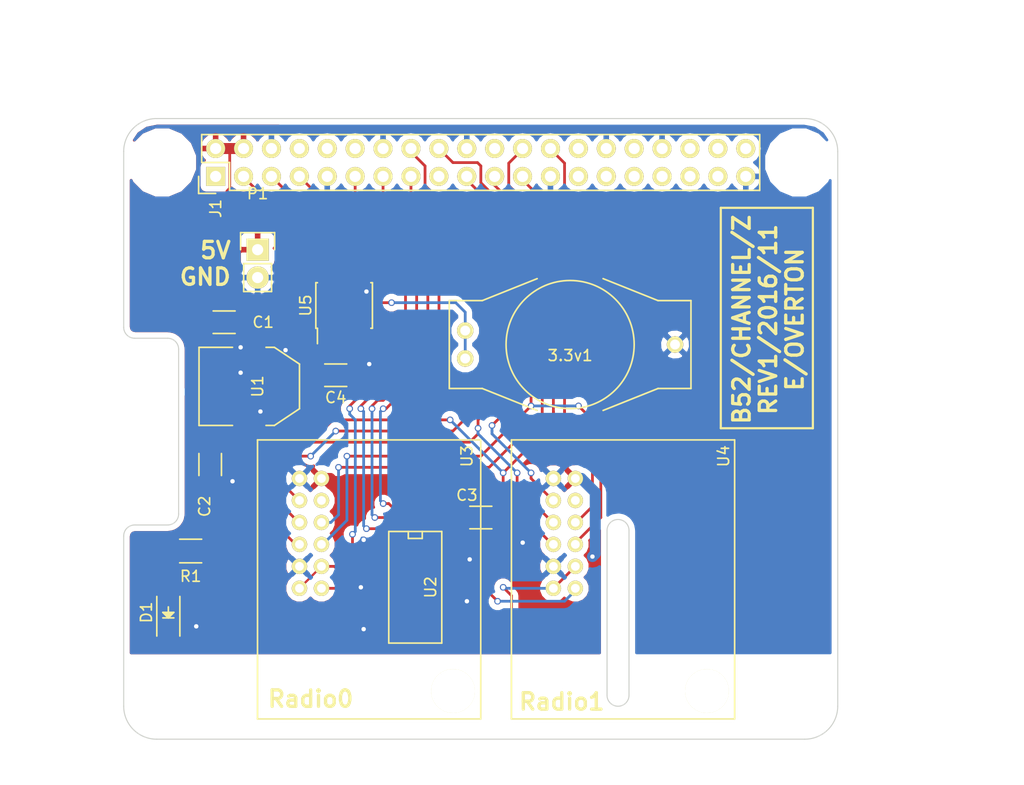
<source format=kicad_pcb>
(kicad_pcb (version 4) (host pcbnew 4.0.2-1.fc23-product)

  (general
    (links 63)
    (no_connects 0)
    (area 84.753572 36.29 189.496429 109.690001)
    (thickness 1.6)
    (drawings 43)
    (tracks 330)
    (zones 0)
    (modules 18)
    (nets 45)
  )

  (page A4)
  (layers
    (0 F.Cu signal)
    (31 B.Cu signal)
    (32 B.Adhes user)
    (33 F.Adhes user)
    (34 B.Paste user)
    (35 F.Paste user)
    (36 B.SilkS user)
    (37 F.SilkS user)
    (38 B.Mask user)
    (39 F.Mask user)
    (40 Dwgs.User user)
    (41 Cmts.User user)
    (42 Eco1.User user)
    (43 Eco2.User user)
    (44 Edge.Cuts user)
    (45 Margin user)
    (46 B.CrtYd user)
    (47 F.CrtYd user)
    (48 B.Fab user)
    (49 F.Fab user)
  )

  (setup
    (last_trace_width 0.25)
    (user_trace_width 0.2)
    (user_trace_width 0.5)
    (user_trace_width 1)
    (user_trace_width 3)
    (user_trace_width 6)
    (trace_clearance 0.2)
    (zone_clearance 0.5)
    (zone_45_only no)
    (trace_min 0.154)
    (segment_width 0.2)
    (edge_width 0.1)
    (via_size 0.6)
    (via_drill 0.4)
    (via_min_size 0.4)
    (via_min_drill 0.3)
    (uvia_size 0.3)
    (uvia_drill 0.1)
    (uvias_allowed no)
    (uvia_min_size 0.2)
    (uvia_min_drill 0.1)
    (pcb_text_width 0.3)
    (pcb_text_size 1.5 1.5)
    (mod_edge_width 0.15)
    (mod_text_size 1 1)
    (mod_text_width 0.15)
    (pad_size 3.6576 2.032)
    (pad_drill 0)
    (pad_to_mask_clearance 0)
    (aux_axis_origin 0 0)
    (visible_elements 7FFEFFFF)
    (pcbplotparams
      (layerselection 0x010e0_80000001)
      (usegerberextensions true)
      (excludeedgelayer true)
      (linewidth 0.100000)
      (plotframeref false)
      (viasonmask false)
      (mode 1)
      (useauxorigin false)
      (hpglpennumber 1)
      (hpglpenspeed 20)
      (hpglpendiameter 15)
      (hpglpenoverlay 2)
      (psnegative false)
      (psa4output false)
      (plotreference true)
      (plotvalue true)
      (plotinvisibletext false)
      (padsonsilk false)
      (subtractmaskfromsilk false)
      (outputformat 1)
      (mirror false)
      (drillshape 0)
      (scaleselection 1)
      (outputdirectory gerbers/))
  )

  (net 0 "")
  (net 1 "Net-(J1-Pad1)")
  (net 2 "Net-(J1-Pad10)")
  (net 3 "Net-(J1-Pad12)")
  (net 4 "Net-(J1-Pad17)")
  (net 5 "Net-(J1-Pad22)")
  (net 6 "Net-(J1-Pad27)")
  (net 7 "Net-(J1-Pad28)")
  (net 8 "Net-(J1-Pad29)")
  (net 9 "Net-(J1-Pad31)")
  (net 10 "Net-(J1-Pad32)")
  (net 11 "Net-(J1-Pad33)")
  (net 12 "Net-(J1-Pad35)")
  (net 13 "Net-(J1-Pad36)")
  (net 14 "Net-(J1-Pad37)")
  (net 15 "Net-(J1-Pad38)")
  (net 16 "Net-(J1-Pad40)")
  (net 17 "Net-(J1-Pad8)")
  (net 18 +5V)
  (net 19 GND)
  (net 20 VCC)
  (net 21 /Radio0_Tx)
  (net 22 /Radio0_Rx)
  (net 23 /Radio1_Tx)
  (net 24 /Radio1_Rx)
  (net 25 "Net-(U2-Pad3)")
  (net 26 "Net-(U2-Pad6)")
  (net 27 "Net-(U2-Pad8)")
  (net 28 "Net-(U2-Pad11)")
  (net 29 /SDA1)
  (net 30 /SCL1)
  (net 31 /Radio0_INT)
  (net 32 /Radio1_INT)
  (net 33 /SPI0_MOSI)
  (net 34 /SPI0_MISO)
  (net 35 /SPI0_CLK)
  (net 36 /Radio0_CE)
  (net 37 /Radio1_CE)
  (net 38 "Net-(U3-Pad4)")
  (net 39 "Net-(U4-Pad4)")
  (net 40 "Net-(D1-Pad2)")
  (net 41 "Net-(U5-Pad1)")
  (net 42 "Net-(U5-Pad3)")
  (net 43 "Net-(U5-Pad4)")
  (net 44 "Net-(3.3v1-Pad1)")

  (net_class Default "This is the default net class."
    (clearance 0.2)
    (trace_width 0.25)
    (via_dia 0.6)
    (via_drill 0.4)
    (uvia_dia 0.3)
    (uvia_drill 0.1)
    (add_net +5V)
    (add_net /Radio0_CE)
    (add_net /Radio0_INT)
    (add_net /Radio0_Rx)
    (add_net /Radio0_Tx)
    (add_net /Radio1_CE)
    (add_net /Radio1_INT)
    (add_net /Radio1_Rx)
    (add_net /Radio1_Tx)
    (add_net /SCL1)
    (add_net /SDA1)
    (add_net /SPI0_CLK)
    (add_net /SPI0_MISO)
    (add_net /SPI0_MOSI)
    (add_net GND)
    (add_net "Net-(3.3v1-Pad1)")
    (add_net "Net-(D1-Pad2)")
    (add_net "Net-(J1-Pad1)")
    (add_net "Net-(J1-Pad10)")
    (add_net "Net-(J1-Pad12)")
    (add_net "Net-(J1-Pad17)")
    (add_net "Net-(J1-Pad22)")
    (add_net "Net-(J1-Pad27)")
    (add_net "Net-(J1-Pad28)")
    (add_net "Net-(J1-Pad29)")
    (add_net "Net-(J1-Pad31)")
    (add_net "Net-(J1-Pad32)")
    (add_net "Net-(J1-Pad33)")
    (add_net "Net-(J1-Pad35)")
    (add_net "Net-(J1-Pad36)")
    (add_net "Net-(J1-Pad37)")
    (add_net "Net-(J1-Pad38)")
    (add_net "Net-(J1-Pad40)")
    (add_net "Net-(J1-Pad8)")
    (add_net "Net-(U2-Pad11)")
    (add_net "Net-(U2-Pad3)")
    (add_net "Net-(U2-Pad6)")
    (add_net "Net-(U2-Pad8)")
    (add_net "Net-(U3-Pad4)")
    (add_net "Net-(U4-Pad4)")
    (add_net "Net-(U5-Pad1)")
    (add_net "Net-(U5-Pad3)")
    (add_net "Net-(U5-Pad4)")
    (add_net VCC)
  )

  (module components:AWA24S (layer F.Cu) (tedit 5832307D) (tstamp 582A2AF0)
    (at 134.366 79.756 270)
    (path /582504EC)
    (fp_text reference U4 (at -2.032 -15.494 270) (layer F.SilkS)
      (effects (font (size 1 1) (thickness 0.15)))
    )
    (fp_text value AWA24S (at 13 -13 270) (layer F.Fab)
      (effects (font (size 1 1) (thickness 0.15)))
    )
    (fp_line (start -3.51 3.82) (end -3.51 -16.5) (layer F.SilkS) (width 0.15))
    (fp_line (start -3.51 -16.5) (end 21.89 -16.5) (layer F.SilkS) (width 0.15))
    (fp_line (start 21.89 3.82) (end 21.89 -16.5) (layer F.SilkS) (width 0.15))
    (fp_line (start -3.51 3.82) (end 21.89 3.82) (layer F.SilkS) (width 0.15))
    (pad 1 thru_hole circle (at 0 0 270) (size 1.4 1.4) (drill 0.8) (layers *.Cu *.Mask F.SilkS)
      (net 19 GND))
    (pad 2 thru_hole circle (at 0 -2 270) (size 1.4 1.4) (drill 0.8) (layers *.Cu *.Mask F.SilkS)
      (net 20 VCC))
    (pad 3 thru_hole circle (at 2 0 270) (size 1.4 1.4) (drill 0.8) (layers *.Cu *.Mask F.SilkS)
      (net 32 /Radio1_INT))
    (pad 4 thru_hole circle (at 2 -2 270) (size 1.4 1.4) (drill 0.8) (layers *.Cu *.Mask F.SilkS)
      (net 39 "Net-(U4-Pad4)"))
    (pad 5 thru_hole circle (at 4 0 270) (size 1.4 1.4) (drill 0.8) (layers *.Cu *.Mask F.SilkS)
      (net 33 /SPI0_MOSI))
    (pad 6 thru_hole circle (at 4 -2 270) (size 1.4 1.4) (drill 0.8) (layers *.Cu *.Mask F.SilkS)
      (net 37 /Radio1_CE))
    (pad 7 thru_hole circle (at 6 0 270) (size 1.4 1.4) (drill 0.8) (layers *.Cu *.Mask F.SilkS)
      (net 35 /SPI0_CLK))
    (pad 8 thru_hole circle (at 6 -2 270) (size 1.4 1.4) (drill 0.8) (layers *.Cu *.Mask F.SilkS)
      (net 34 /SPI0_MISO))
    (pad 9 thru_hole circle (at 8 0 270) (size 1.4 1.4) (drill 0.8) (layers *.Cu *.Mask F.SilkS)
      (net 19 GND))
    (pad 10 thru_hole circle (at 8 -2 270) (size 1.4 1.4) (drill 0.8) (layers *.Cu *.Mask F.SilkS)
      (net 27 "Net-(U2-Pad8)"))
    (pad 11 thru_hole circle (at 10 0 270) (size 1.4 1.4) (drill 0.8) (layers *.Cu *.Mask F.SilkS)
      (net 27 "Net-(U2-Pad8)"))
    (pad 12 thru_hole circle (at 10 -2 270) (size 1.4 1.4) (drill 0.8) (layers *.Cu *.Mask F.SilkS)
      (net 28 "Net-(U2-Pad11)"))
    (pad "" np_thru_hole circle (at 19.35 -13.98 270) (size 4 4) (drill 4) (layers *.Cu *.Mask F.SilkS))
  )

  (module RPi_Hat:Pin_Header_Straight_2x20 locked (layer F.Cu) (tedit 5823A333) (tstamp 5516AEA0)
    (at 127.75 50.99 90)
    (descr "Through hole pin header")
    (tags "pin header")
    (path /5823A40F)
    (fp_text reference J1 (at -4.191 -24.13 90) (layer F.SilkS)
      (effects (font (size 1 1) (thickness 0.15)))
    )
    (fp_text value RPi_GPIO (at -1.27 -27.23 90) (layer F.Fab)
      (effects (font (size 1 1) (thickness 0.15)))
    )
    (fp_line (start -3.02 -25.88) (end -3.02 25.92) (layer F.CrtYd) (width 0.05))
    (fp_line (start 3.03 -25.88) (end 3.03 25.92) (layer F.CrtYd) (width 0.05))
    (fp_line (start -3.02 -25.88) (end 3.03 -25.88) (layer F.CrtYd) (width 0.05))
    (fp_line (start -3.02 25.92) (end 3.03 25.92) (layer F.CrtYd) (width 0.05))
    (fp_line (start 2.54 25.4) (end 2.54 -25.4) (layer F.SilkS) (width 0.15))
    (fp_line (start -2.54 -22.86) (end -2.54 25.4) (layer F.SilkS) (width 0.15))
    (fp_line (start 2.54 25.4) (end -2.54 25.4) (layer F.SilkS) (width 0.15))
    (fp_line (start 2.54 -25.4) (end 0 -25.4) (layer F.SilkS) (width 0.15))
    (fp_line (start -1.27 -25.68) (end -2.82 -25.68) (layer F.SilkS) (width 0.15))
    (fp_line (start 0 -25.4) (end 0 -22.86) (layer F.SilkS) (width 0.15))
    (fp_line (start 0 -22.86) (end -2.54 -22.86) (layer F.SilkS) (width 0.15))
    (fp_line (start -2.82 -25.68) (end -2.82 -24.13) (layer F.SilkS) (width 0.15))
    (pad 1 thru_hole rect (at -1.27 -24.13 90) (size 1.7272 1.7272) (drill 1.016) (layers *.Cu *.Mask F.SilkS)
      (net 1 "Net-(J1-Pad1)"))
    (pad 2 thru_hole oval (at 1.27 -24.13 90) (size 1.7272 1.7272) (drill 1.016) (layers *.Cu *.Mask F.SilkS)
      (net 18 +5V))
    (pad 3 thru_hole oval (at -1.27 -21.59 90) (size 1.7272 1.7272) (drill 1.016) (layers *.Cu *.Mask F.SilkS)
      (net 29 /SDA1))
    (pad 4 thru_hole oval (at 1.27 -21.59 90) (size 1.7272 1.7272) (drill 1.016) (layers *.Cu *.Mask F.SilkS)
      (net 18 +5V))
    (pad 5 thru_hole oval (at -1.27 -19.05 90) (size 1.7272 1.7272) (drill 1.016) (layers *.Cu *.Mask F.SilkS)
      (net 30 /SCL1))
    (pad 6 thru_hole oval (at 1.27 -19.05 90) (size 1.7272 1.7272) (drill 1.016) (layers *.Cu *.Mask F.SilkS)
      (net 19 GND))
    (pad 7 thru_hole oval (at -1.27 -16.51 90) (size 1.7272 1.7272) (drill 1.016) (layers *.Cu *.Mask F.SilkS)
      (net 21 /Radio0_Tx))
    (pad 8 thru_hole oval (at 1.27 -16.51 90) (size 1.7272 1.7272) (drill 1.016) (layers *.Cu *.Mask F.SilkS)
      (net 17 "Net-(J1-Pad8)"))
    (pad 9 thru_hole oval (at -1.27 -13.97 90) (size 1.7272 1.7272) (drill 1.016) (layers *.Cu *.Mask F.SilkS)
      (net 19 GND))
    (pad 10 thru_hole oval (at 1.27 -13.97 90) (size 1.7272 1.7272) (drill 1.016) (layers *.Cu *.Mask F.SilkS)
      (net 2 "Net-(J1-Pad10)"))
    (pad 11 thru_hole oval (at -1.27 -11.43 90) (size 1.7272 1.7272) (drill 1.016) (layers *.Cu *.Mask F.SilkS)
      (net 22 /Radio0_Rx))
    (pad 12 thru_hole oval (at 1.27 -11.43 90) (size 1.7272 1.7272) (drill 1.016) (layers *.Cu *.Mask F.SilkS)
      (net 3 "Net-(J1-Pad12)"))
    (pad 13 thru_hole oval (at -1.27 -8.89 90) (size 1.7272 1.7272) (drill 1.016) (layers *.Cu *.Mask F.SilkS)
      (net 23 /Radio1_Tx))
    (pad 14 thru_hole oval (at 1.27 -8.89 90) (size 1.7272 1.7272) (drill 1.016) (layers *.Cu *.Mask F.SilkS)
      (net 19 GND))
    (pad 15 thru_hole oval (at -1.27 -6.35 90) (size 1.7272 1.7272) (drill 1.016) (layers *.Cu *.Mask F.SilkS)
      (net 24 /Radio1_Rx))
    (pad 16 thru_hole oval (at 1.27 -6.35 90) (size 1.7272 1.7272) (drill 1.016) (layers *.Cu *.Mask F.SilkS)
      (net 31 /Radio0_INT))
    (pad 17 thru_hole oval (at -1.27 -3.81 90) (size 1.7272 1.7272) (drill 1.016) (layers *.Cu *.Mask F.SilkS)
      (net 4 "Net-(J1-Pad17)"))
    (pad 18 thru_hole oval (at 1.27 -3.81 90) (size 1.7272 1.7272) (drill 1.016) (layers *.Cu *.Mask F.SilkS)
      (net 32 /Radio1_INT))
    (pad 19 thru_hole oval (at -1.27 -1.27 90) (size 1.7272 1.7272) (drill 1.016) (layers *.Cu *.Mask F.SilkS)
      (net 33 /SPI0_MOSI))
    (pad 20 thru_hole oval (at 1.27 -1.27 90) (size 1.7272 1.7272) (drill 1.016) (layers *.Cu *.Mask F.SilkS)
      (net 19 GND))
    (pad 21 thru_hole oval (at -1.27 1.27 90) (size 1.7272 1.7272) (drill 1.016) (layers *.Cu *.Mask F.SilkS)
      (net 34 /SPI0_MISO))
    (pad 22 thru_hole oval (at 1.27 1.27 90) (size 1.7272 1.7272) (drill 1.016) (layers *.Cu *.Mask F.SilkS)
      (net 5 "Net-(J1-Pad22)"))
    (pad 23 thru_hole oval (at -1.27 3.81 90) (size 1.7272 1.7272) (drill 1.016) (layers *.Cu *.Mask F.SilkS)
      (net 35 /SPI0_CLK))
    (pad 24 thru_hole oval (at 1.27 3.81 90) (size 1.7272 1.7272) (drill 1.016) (layers *.Cu *.Mask F.SilkS)
      (net 36 /Radio0_CE))
    (pad 25 thru_hole oval (at -1.27 6.35 90) (size 1.7272 1.7272) (drill 1.016) (layers *.Cu *.Mask F.SilkS)
      (net 19 GND))
    (pad 26 thru_hole oval (at 1.27 6.35 90) (size 1.7272 1.7272) (drill 1.016) (layers *.Cu *.Mask F.SilkS)
      (net 37 /Radio1_CE))
    (pad 27 thru_hole oval (at -1.27 8.89 90) (size 1.7272 1.7272) (drill 1.016) (layers *.Cu *.Mask F.SilkS)
      (net 6 "Net-(J1-Pad27)"))
    (pad 28 thru_hole oval (at 1.27 8.89 90) (size 1.7272 1.7272) (drill 1.016) (layers *.Cu *.Mask F.SilkS)
      (net 7 "Net-(J1-Pad28)"))
    (pad 29 thru_hole oval (at -1.27 11.43 90) (size 1.7272 1.7272) (drill 1.016) (layers *.Cu *.Mask F.SilkS)
      (net 8 "Net-(J1-Pad29)"))
    (pad 30 thru_hole oval (at 1.27 11.43 90) (size 1.7272 1.7272) (drill 1.016) (layers *.Cu *.Mask F.SilkS)
      (net 19 GND))
    (pad 31 thru_hole oval (at -1.27 13.97 90) (size 1.7272 1.7272) (drill 1.016) (layers *.Cu *.Mask F.SilkS)
      (net 9 "Net-(J1-Pad31)"))
    (pad 32 thru_hole oval (at 1.27 13.97 90) (size 1.7272 1.7272) (drill 1.016) (layers *.Cu *.Mask F.SilkS)
      (net 10 "Net-(J1-Pad32)"))
    (pad 33 thru_hole oval (at -1.27 16.51 90) (size 1.7272 1.7272) (drill 1.016) (layers *.Cu *.Mask F.SilkS)
      (net 11 "Net-(J1-Pad33)"))
    (pad 34 thru_hole oval (at 1.27 16.51 90) (size 1.7272 1.7272) (drill 1.016) (layers *.Cu *.Mask F.SilkS)
      (net 19 GND))
    (pad 35 thru_hole oval (at -1.27 19.05 90) (size 1.7272 1.7272) (drill 1.016) (layers *.Cu *.Mask F.SilkS)
      (net 12 "Net-(J1-Pad35)"))
    (pad 36 thru_hole oval (at 1.27 19.05 90) (size 1.7272 1.7272) (drill 1.016) (layers *.Cu *.Mask F.SilkS)
      (net 13 "Net-(J1-Pad36)"))
    (pad 37 thru_hole oval (at -1.27 21.59 90) (size 1.7272 1.7272) (drill 1.016) (layers *.Cu *.Mask F.SilkS)
      (net 14 "Net-(J1-Pad37)"))
    (pad 38 thru_hole oval (at 1.27 21.59 90) (size 1.7272 1.7272) (drill 1.016) (layers *.Cu *.Mask F.SilkS)
      (net 15 "Net-(J1-Pad38)"))
    (pad 39 thru_hole oval (at -1.27 24.13 90) (size 1.7272 1.7272) (drill 1.016) (layers *.Cu *.Mask F.SilkS)
      (net 19 GND))
    (pad 40 thru_hole oval (at 1.27 24.13 90) (size 1.7272 1.7272) (drill 1.016) (layers *.Cu *.Mask F.SilkS)
      (net 16 "Net-(J1-Pad40)"))
    (model Pin_Headers.3dshapes/Pin_Header_Straight_2x20.wrl
      (at (xyz 0 0 0))
      (scale (xyz 1 1 1))
      (rotate (xyz 0 0 90))
    )
  )

  (module RPi_Hat:RPi_Hat_Mounting_Hole locked (layer F.Cu) (tedit 55217C7B) (tstamp 5515DEA9)
    (at 156.75 50.99)
    (descr "Mounting hole, Befestigungsbohrung, 2,7mm, No Annular, Kein Restring,")
    (tags "Mounting hole, Befestigungsbohrung, 2,7mm, No Annular, Kein Restring,")
    (fp_text reference "" (at 0 -4.0005) (layer F.SilkS) hide
      (effects (font (size 1 1) (thickness 0.15)))
    )
    (fp_text value "" (at 0.09906 3.59918) (layer F.Fab) hide
      (effects (font (size 1 1) (thickness 0.15)))
    )
    (fp_circle (center 0 0) (end 1.375 0) (layer F.Fab) (width 0.15))
    (fp_circle (center 0 0) (end 3.1 0) (layer F.Fab) (width 0.15))
    (fp_circle (center 0 0) (end 3.1 0) (layer B.Fab) (width 0.15))
    (fp_circle (center 0 0) (end 1.375 0) (layer B.Fab) (width 0.15))
    (fp_circle (center 0 0) (end 3.1 0) (layer F.CrtYd) (width 0.15))
    (fp_circle (center 0 0) (end 3.1 0) (layer B.CrtYd) (width 0.15))
    (pad "" np_thru_hole circle (at 0 0) (size 2.75 2.75) (drill 2.75) (layers *.Cu *.Mask)
      (solder_mask_margin 1.725) (clearance 1.725))
  )

  (module RPi_Hat:RPi_Hat_Mounting_Hole locked (layer F.Cu) (tedit 55217CCB) (tstamp 55169DC9)
    (at 156.75 99.99)
    (descr "Mounting hole, Befestigungsbohrung, 2,7mm, No Annular, Kein Restring,")
    (tags "Mounting hole, Befestigungsbohrung, 2,7mm, No Annular, Kein Restring,")
    (fp_text reference "" (at 0 -4.0005) (layer F.SilkS) hide
      (effects (font (size 1 1) (thickness 0.15)))
    )
    (fp_text value "" (at 0.09906 3.59918) (layer F.Fab) hide
      (effects (font (size 1 1) (thickness 0.15)))
    )
    (fp_circle (center 0 0) (end 1.375 0) (layer F.Fab) (width 0.15))
    (fp_circle (center 0 0) (end 3.1 0) (layer F.Fab) (width 0.15))
    (fp_circle (center 0 0) (end 3.1 0) (layer B.Fab) (width 0.15))
    (fp_circle (center 0 0) (end 1.375 0) (layer B.Fab) (width 0.15))
    (fp_circle (center 0 0) (end 3.1 0) (layer F.CrtYd) (width 0.15))
    (fp_circle (center 0 0) (end 3.1 0) (layer B.CrtYd) (width 0.15))
    (pad "" np_thru_hole circle (at 0 0) (size 2.75 2.75) (drill 2.75) (layers *.Cu *.Mask)
      (solder_mask_margin 1.725) (clearance 1.725))
  )

  (module RPi_Hat:RPi_Hat_Mounting_Hole locked (layer F.Cu) (tedit 55217CB9) (tstamp 5515DECC)
    (at 98.75 99.99)
    (descr "Mounting hole, Befestigungsbohrung, 2,7mm, No Annular, Kein Restring,")
    (tags "Mounting hole, Befestigungsbohrung, 2,7mm, No Annular, Kein Restring,")
    (fp_text reference "" (at 0 -4.0005) (layer F.SilkS) hide
      (effects (font (size 1 1) (thickness 0.15)))
    )
    (fp_text value "" (at 0.09906 3.59918) (layer F.Fab) hide
      (effects (font (size 1 1) (thickness 0.15)))
    )
    (fp_circle (center 0 0) (end 1.375 0) (layer F.Fab) (width 0.15))
    (fp_circle (center 0 0) (end 3.1 0) (layer F.Fab) (width 0.15))
    (fp_circle (center 0 0) (end 3.1 0) (layer B.Fab) (width 0.15))
    (fp_circle (center 0 0) (end 1.375 0) (layer B.Fab) (width 0.15))
    (fp_circle (center 0 0) (end 3.1 0) (layer F.CrtYd) (width 0.15))
    (fp_circle (center 0 0) (end 3.1 0) (layer B.CrtYd) (width 0.15))
    (pad "" np_thru_hole circle (at 0 0) (size 2.75 2.75) (drill 2.75) (layers *.Cu *.Mask)
      (solder_mask_margin 1.725) (clearance 1.725))
  )

  (module RPi_Hat:RPi_Hat_Mounting_Hole locked (layer F.Cu) (tedit 55217CA2) (tstamp 5515DEBF)
    (at 98.75 50.99)
    (descr "Mounting hole, Befestigungsbohrung, 2,7mm, No Annular, Kein Restring,")
    (tags "Mounting hole, Befestigungsbohrung, 2,7mm, No Annular, Kein Restring,")
    (fp_text reference "" (at 0 -4.0005) (layer F.SilkS) hide
      (effects (font (size 1 1) (thickness 0.15)))
    )
    (fp_text value "" (at 0.09906 3.59918) (layer F.Fab) hide
      (effects (font (size 1 1) (thickness 0.15)))
    )
    (fp_circle (center 0 0) (end 1.375 0) (layer F.Fab) (width 0.15))
    (fp_circle (center 0 0) (end 3.1 0) (layer F.Fab) (width 0.15))
    (fp_circle (center 0 0) (end 3.1 0) (layer B.Fab) (width 0.15))
    (fp_circle (center 0 0) (end 1.375 0) (layer B.Fab) (width 0.15))
    (fp_circle (center 0 0) (end 3.1 0) (layer F.CrtYd) (width 0.15))
    (fp_circle (center 0 0) (end 3.1 0) (layer B.CrtYd) (width 0.15))
    (pad "" np_thru_hole circle (at 0 0) (size 2.75 2.75) (drill 2.75) (layers *.Cu *.Mask)
      (solder_mask_margin 1.725) (clearance 1.725))
  )

  (module Capacitors_SMD:C_1206 (layer F.Cu) (tedit 5831F1C0) (tstamp 5823AC8C)
    (at 104.394 65.532)
    (descr "Capacitor SMD 1206, reflow soldering, AVX (see smccp.pdf)")
    (tags "capacitor 1206")
    (path /5823A879)
    (attr smd)
    (fp_text reference C1 (at 3.556 0) (layer F.SilkS)
      (effects (font (size 1 1) (thickness 0.15)))
    )
    (fp_text value 1u (at 0 2.3) (layer F.Fab)
      (effects (font (size 1 1) (thickness 0.15)))
    )
    (fp_line (start -2.3 -1.15) (end 2.3 -1.15) (layer F.CrtYd) (width 0.05))
    (fp_line (start -2.3 1.15) (end 2.3 1.15) (layer F.CrtYd) (width 0.05))
    (fp_line (start -2.3 -1.15) (end -2.3 1.15) (layer F.CrtYd) (width 0.05))
    (fp_line (start 2.3 -1.15) (end 2.3 1.15) (layer F.CrtYd) (width 0.05))
    (fp_line (start 1 -1.025) (end -1 -1.025) (layer F.SilkS) (width 0.15))
    (fp_line (start -1 1.025) (end 1 1.025) (layer F.SilkS) (width 0.15))
    (pad 1 smd rect (at -1.5 0) (size 1 1.6) (layers F.Cu F.Paste F.Mask)
      (net 18 +5V))
    (pad 2 smd rect (at 1.5 0) (size 1 1.6) (layers F.Cu F.Paste F.Mask)
      (net 19 GND))
    (model Capacitors_SMD.3dshapes/C_1206.wrl
      (at (xyz 0 0 0))
      (scale (xyz 1 1 1))
      (rotate (xyz 0 0 0))
    )
  )

  (module Capacitors_SMD:C_1206 (layer F.Cu) (tedit 5831F1C1) (tstamp 5823AC92)
    (at 103.124 78.486 270)
    (descr "Capacitor SMD 1206, reflow soldering, AVX (see smccp.pdf)")
    (tags "capacitor 1206")
    (path /5823A8DE)
    (attr smd)
    (fp_text reference C2 (at 3.81 0.508 270) (layer F.SilkS)
      (effects (font (size 1 1) (thickness 0.15)))
    )
    (fp_text value 1u (at 0 2.3 270) (layer F.Fab)
      (effects (font (size 1 1) (thickness 0.15)))
    )
    (fp_line (start -2.3 -1.15) (end 2.3 -1.15) (layer F.CrtYd) (width 0.05))
    (fp_line (start -2.3 1.15) (end 2.3 1.15) (layer F.CrtYd) (width 0.05))
    (fp_line (start -2.3 -1.15) (end -2.3 1.15) (layer F.CrtYd) (width 0.05))
    (fp_line (start 2.3 -1.15) (end 2.3 1.15) (layer F.CrtYd) (width 0.05))
    (fp_line (start 1 -1.025) (end -1 -1.025) (layer F.SilkS) (width 0.15))
    (fp_line (start -1 1.025) (end 1 1.025) (layer F.SilkS) (width 0.15))
    (pad 1 smd rect (at -1.5 0 270) (size 1 1.6) (layers F.Cu F.Paste F.Mask)
      (net 20 VCC))
    (pad 2 smd rect (at 1.5 0 270) (size 1 1.6) (layers F.Cu F.Paste F.Mask)
      (net 19 GND))
    (model Capacitors_SMD.3dshapes/C_1206.wrl
      (at (xyz 0 0 0))
      (scale (xyz 1 1 1))
      (rotate (xyz 0 0 0))
    )
  )

  (module TO_SOT_Packages_SMD:SOT-223 (layer F.Cu) (tedit 583F099C) (tstamp 5823AC9A)
    (at 106.68 71.374 270)
    (descr "module CMS SOT223 4 pins")
    (tags "CMS SOT")
    (path /5823A7DD)
    (attr smd)
    (fp_text reference U1 (at 0 -0.762 270) (layer F.SilkS)
      (effects (font (size 1 1) (thickness 0.15)))
    )
    (fp_text value MCP1754ST-3302E/MB (at 0 0.762 270) (layer F.Fab)
      (effects (font (size 1 1) (thickness 0.15)))
    )
    (fp_line (start -3.556 1.524) (end -3.556 4.572) (layer F.SilkS) (width 0.15))
    (fp_line (start -3.556 4.572) (end 3.556 4.572) (layer F.SilkS) (width 0.15))
    (fp_line (start 3.556 4.572) (end 3.556 1.524) (layer F.SilkS) (width 0.15))
    (fp_line (start -3.556 -1.524) (end -3.556 -2.286) (layer F.SilkS) (width 0.15))
    (fp_line (start -3.556 -2.286) (end -2.032 -4.572) (layer F.SilkS) (width 0.15))
    (fp_line (start -2.032 -4.572) (end 2.032 -4.572) (layer F.SilkS) (width 0.15))
    (fp_line (start 2.032 -4.572) (end 3.556 -2.286) (layer F.SilkS) (width 0.15))
    (fp_line (start 3.556 -2.286) (end 3.556 -1.524) (layer F.SilkS) (width 0.15))
    (pad 4 smd rect (at 0 -3.302 270) (size 3.6576 2.032) (layers F.Cu F.Paste F.Mask)
      (net 19 GND))
    (pad 2 smd rect (at 0 3.302 270) (size 1.016 2.032) (layers F.Cu F.Paste F.Mask)
      (net 19 GND))
    (pad 3 smd rect (at 2.286 3.302 270) (size 1.016 2.032) (layers F.Cu F.Paste F.Mask)
      (net 20 VCC))
    (pad 1 smd rect (at -2.286 3.302 270) (size 1.016 2.032) (layers F.Cu F.Paste F.Mask)
      (net 18 +5V))
    (model TO_SOT_Packages_SMD.3dshapes/SOT-223.wrl
      (at (xyz 0 0 0))
      (scale (xyz 0.4 0.4 0.4))
      (rotate (xyz 0 0 0))
    )
  )

  (module SMD_Packages:SOIC-14_N (layer F.Cu) (tedit 0) (tstamp 5823ACAC)
    (at 121.92 89.662 270)
    (descr "Module CMS SOJ 14 pins Large")
    (tags "CMS SOJ")
    (path /5823AD3D)
    (attr smd)
    (fp_text reference U2 (at 0 -1.27 270) (layer F.SilkS)
      (effects (font (size 1 1) (thickness 0.15)))
    )
    (fp_text value 74LS125 (at 0 1.27 270) (layer F.Fab)
      (effects (font (size 1 1) (thickness 0.15)))
    )
    (fp_line (start 5.08 -2.286) (end 5.08 2.54) (layer F.SilkS) (width 0.15))
    (fp_line (start 5.08 2.54) (end -5.08 2.54) (layer F.SilkS) (width 0.15))
    (fp_line (start -5.08 2.54) (end -5.08 -2.286) (layer F.SilkS) (width 0.15))
    (fp_line (start -5.08 -2.286) (end 5.08 -2.286) (layer F.SilkS) (width 0.15))
    (fp_line (start -5.08 -0.508) (end -4.445 -0.508) (layer F.SilkS) (width 0.15))
    (fp_line (start -4.445 -0.508) (end -4.445 0.762) (layer F.SilkS) (width 0.15))
    (fp_line (start -4.445 0.762) (end -5.08 0.762) (layer F.SilkS) (width 0.15))
    (pad 1 smd rect (at -3.81 3.302 270) (size 0.508 1.143) (layers F.Cu F.Paste F.Mask)
      (net 19 GND))
    (pad 2 smd rect (at -2.54 3.302 270) (size 0.508 1.143) (layers F.Cu F.Paste F.Mask)
      (net 21 /Radio0_Tx))
    (pad 3 smd rect (at -1.27 3.302 270) (size 0.508 1.143) (layers F.Cu F.Paste F.Mask)
      (net 25 "Net-(U2-Pad3)"))
    (pad 4 smd rect (at 0 3.302 270) (size 0.508 1.143) (layers F.Cu F.Paste F.Mask)
      (net 19 GND))
    (pad 5 smd rect (at 1.27 3.302 270) (size 0.508 1.143) (layers F.Cu F.Paste F.Mask)
      (net 22 /Radio0_Rx))
    (pad 6 smd rect (at 2.54 3.302 270) (size 0.508 1.143) (layers F.Cu F.Paste F.Mask)
      (net 26 "Net-(U2-Pad6)"))
    (pad 7 smd rect (at 3.81 3.302 270) (size 0.508 1.143) (layers F.Cu F.Paste F.Mask)
      (net 19 GND))
    (pad 8 smd rect (at 3.81 -3.048 270) (size 0.508 1.143) (layers F.Cu F.Paste F.Mask)
      (net 27 "Net-(U2-Pad8)"))
    (pad 9 smd rect (at 2.54 -3.048 270) (size 0.508 1.143) (layers F.Cu F.Paste F.Mask)
      (net 23 /Radio1_Tx))
    (pad 11 smd rect (at 0 -3.048 270) (size 0.508 1.143) (layers F.Cu F.Paste F.Mask)
      (net 28 "Net-(U2-Pad11)"))
    (pad 12 smd rect (at -1.27 -3.048 270) (size 0.508 1.143) (layers F.Cu F.Paste F.Mask)
      (net 24 /Radio1_Rx))
    (pad 13 smd rect (at -2.54 -3.048 270) (size 0.508 1.143) (layers F.Cu F.Paste F.Mask)
      (net 19 GND))
    (pad 14 smd rect (at -3.81 -3.048 270) (size 0.508 1.143) (layers F.Cu F.Paste F.Mask)
      (net 20 VCC))
    (pad 10 smd rect (at 1.27 -3.048 270) (size 0.508 1.143) (layers F.Cu F.Paste F.Mask)
      (net 19 GND))
    (model SMD_Packages.3dshapes/SOIC-14_N.wrl
      (at (xyz 0 0 0))
      (scale (xyz 0.5 0.4 0.5))
      (rotate (xyz 0 0 0))
    )
  )

  (module Capacitors_SMD:C_1206 (layer F.Cu) (tedit 582BA44E) (tstamp 5823AE93)
    (at 127.762 83.312)
    (descr "Capacitor SMD 1206, reflow soldering, AVX (see smccp.pdf)")
    (tags "capacitor 1206")
    (path /5823C186)
    (attr smd)
    (fp_text reference C3 (at -1.27 -2.032) (layer F.SilkS)
      (effects (font (size 1 1) (thickness 0.15)))
    )
    (fp_text value 100n (at 0 2.3) (layer F.Fab)
      (effects (font (size 1 1) (thickness 0.15)))
    )
    (fp_line (start -2.3 -1.15) (end 2.3 -1.15) (layer F.CrtYd) (width 0.05))
    (fp_line (start -2.3 1.15) (end 2.3 1.15) (layer F.CrtYd) (width 0.05))
    (fp_line (start -2.3 -1.15) (end -2.3 1.15) (layer F.CrtYd) (width 0.05))
    (fp_line (start 2.3 -1.15) (end 2.3 1.15) (layer F.CrtYd) (width 0.05))
    (fp_line (start 1 -1.025) (end -1 -1.025) (layer F.SilkS) (width 0.15))
    (fp_line (start -1 1.025) (end 1 1.025) (layer F.SilkS) (width 0.15))
    (pad 1 smd rect (at -1.5 0) (size 1 1.6) (layers F.Cu F.Paste F.Mask)
      (net 20 VCC))
    (pad 2 smd rect (at 1.5 0) (size 1 1.6) (layers F.Cu F.Paste F.Mask)
      (net 19 GND))
    (model Capacitors_SMD.3dshapes/C_1206.wrl
      (at (xyz 0 0 0))
      (scale (xyz 1 1 1))
      (rotate (xyz 0 0 0))
    )
  )

  (module LEDs:LED_1206 (layer F.Cu) (tedit 55BDE2E8) (tstamp 582A2AC6)
    (at 99.314 91.948 90)
    (descr "LED 1206 smd package")
    (tags "LED1206 SMD")
    (path /58250CB4)
    (attr smd)
    (fp_text reference D1 (at 0 -2 90) (layer F.SilkS)
      (effects (font (size 1 1) (thickness 0.15)))
    )
    (fp_text value LED (at 0 2 90) (layer F.Fab)
      (effects (font (size 1 1) (thickness 0.15)))
    )
    (fp_line (start -2.15 1.05) (end 1.45 1.05) (layer F.SilkS) (width 0.15))
    (fp_line (start -2.15 -1.05) (end 1.45 -1.05) (layer F.SilkS) (width 0.15))
    (fp_line (start -0.1 -0.3) (end -0.1 0.3) (layer F.SilkS) (width 0.15))
    (fp_line (start -0.1 0.3) (end -0.4 0) (layer F.SilkS) (width 0.15))
    (fp_line (start -0.4 0) (end -0.2 -0.2) (layer F.SilkS) (width 0.15))
    (fp_line (start -0.2 -0.2) (end -0.2 0.05) (layer F.SilkS) (width 0.15))
    (fp_line (start -0.2 0.05) (end -0.25 0) (layer F.SilkS) (width 0.15))
    (fp_line (start -0.5 -0.5) (end -0.5 0.5) (layer F.SilkS) (width 0.15))
    (fp_line (start 0 0) (end 0.5 0) (layer F.SilkS) (width 0.15))
    (fp_line (start -0.5 0) (end 0 -0.5) (layer F.SilkS) (width 0.15))
    (fp_line (start 0 -0.5) (end 0 0.5) (layer F.SilkS) (width 0.15))
    (fp_line (start 0 0.5) (end -0.5 0) (layer F.SilkS) (width 0.15))
    (fp_line (start 2.5 -1.25) (end -2.5 -1.25) (layer F.CrtYd) (width 0.05))
    (fp_line (start -2.5 -1.25) (end -2.5 1.25) (layer F.CrtYd) (width 0.05))
    (fp_line (start -2.5 1.25) (end 2.5 1.25) (layer F.CrtYd) (width 0.05))
    (fp_line (start 2.5 1.25) (end 2.5 -1.25) (layer F.CrtYd) (width 0.05))
    (pad 2 smd rect (at 1.41986 0 270) (size 1.59766 1.80086) (layers F.Cu F.Paste F.Mask)
      (net 40 "Net-(D1-Pad2)"))
    (pad 1 smd rect (at -1.41986 0 270) (size 1.59766 1.80086) (layers F.Cu F.Paste F.Mask)
      (net 19 GND))
    (model LEDs.3dshapes/LED_1206.wrl
      (at (xyz 0 0 0))
      (scale (xyz 1 1 1))
      (rotate (xyz 0 0 180))
    )
  )

  (module components:AWA24S (layer F.Cu) (tedit 58323082) (tstamp 582A2ADB)
    (at 111.252 79.756 270)
    (path /5823CC00)
    (fp_text reference U3 (at -2.032 -15.24 270) (layer F.SilkS)
      (effects (font (size 1 1) (thickness 0.15)))
    )
    (fp_text value AWA24S (at 13 -13 270) (layer F.Fab)
      (effects (font (size 1 1) (thickness 0.15)))
    )
    (fp_line (start -3.51 3.82) (end -3.51 -16.5) (layer F.SilkS) (width 0.15))
    (fp_line (start -3.51 -16.5) (end 21.89 -16.5) (layer F.SilkS) (width 0.15))
    (fp_line (start 21.89 3.82) (end 21.89 -16.5) (layer F.SilkS) (width 0.15))
    (fp_line (start -3.51 3.82) (end 21.89 3.82) (layer F.SilkS) (width 0.15))
    (pad 1 thru_hole circle (at 0 0 270) (size 1.4 1.4) (drill 0.8) (layers *.Cu *.Mask F.SilkS)
      (net 19 GND))
    (pad 2 thru_hole circle (at 0 -2 270) (size 1.4 1.4) (drill 0.8) (layers *.Cu *.Mask F.SilkS)
      (net 20 VCC))
    (pad 3 thru_hole circle (at 2 0 270) (size 1.4 1.4) (drill 0.8) (layers *.Cu *.Mask F.SilkS)
      (net 31 /Radio0_INT))
    (pad 4 thru_hole circle (at 2 -2 270) (size 1.4 1.4) (drill 0.8) (layers *.Cu *.Mask F.SilkS)
      (net 38 "Net-(U3-Pad4)"))
    (pad 5 thru_hole circle (at 4 0 270) (size 1.4 1.4) (drill 0.8) (layers *.Cu *.Mask F.SilkS)
      (net 33 /SPI0_MOSI))
    (pad 6 thru_hole circle (at 4 -2 270) (size 1.4 1.4) (drill 0.8) (layers *.Cu *.Mask F.SilkS)
      (net 36 /Radio0_CE))
    (pad 7 thru_hole circle (at 6 0 270) (size 1.4 1.4) (drill 0.8) (layers *.Cu *.Mask F.SilkS)
      (net 35 /SPI0_CLK))
    (pad 8 thru_hole circle (at 6 -2 270) (size 1.4 1.4) (drill 0.8) (layers *.Cu *.Mask F.SilkS)
      (net 34 /SPI0_MISO))
    (pad 9 thru_hole circle (at 8 0 270) (size 1.4 1.4) (drill 0.8) (layers *.Cu *.Mask F.SilkS)
      (net 19 GND))
    (pad 10 thru_hole circle (at 8 -2 270) (size 1.4 1.4) (drill 0.8) (layers *.Cu *.Mask F.SilkS)
      (net 25 "Net-(U2-Pad3)"))
    (pad 11 thru_hole circle (at 10 0 270) (size 1.4 1.4) (drill 0.8) (layers *.Cu *.Mask F.SilkS)
      (net 25 "Net-(U2-Pad3)"))
    (pad 12 thru_hole circle (at 10 -2 270) (size 1.4 1.4) (drill 0.8) (layers *.Cu *.Mask F.SilkS)
      (net 26 "Net-(U2-Pad6)"))
    (pad "" np_thru_hole circle (at 19.35 -13.98 270) (size 4 4) (drill 4) (layers *.Cu *.Mask F.SilkS))
  )

  (module Resistors_SMD:R_1206_HandSoldering (layer F.Cu) (tedit 5418A20D) (tstamp 582A4DFC)
    (at 101.346 86.36 180)
    (descr "Resistor SMD 1206, hand soldering")
    (tags "resistor 1206")
    (path /58250D98)
    (attr smd)
    (fp_text reference R1 (at 0 -2.3 180) (layer F.SilkS)
      (effects (font (size 1 1) (thickness 0.15)))
    )
    (fp_text value 100R (at 0 2.3 180) (layer F.Fab)
      (effects (font (size 1 1) (thickness 0.15)))
    )
    (fp_line (start -3.3 -1.2) (end 3.3 -1.2) (layer F.CrtYd) (width 0.05))
    (fp_line (start -3.3 1.2) (end 3.3 1.2) (layer F.CrtYd) (width 0.05))
    (fp_line (start -3.3 -1.2) (end -3.3 1.2) (layer F.CrtYd) (width 0.05))
    (fp_line (start 3.3 -1.2) (end 3.3 1.2) (layer F.CrtYd) (width 0.05))
    (fp_line (start 1 1.075) (end -1 1.075) (layer F.SilkS) (width 0.15))
    (fp_line (start -1 -1.075) (end 1 -1.075) (layer F.SilkS) (width 0.15))
    (pad 1 smd rect (at -2 0 180) (size 2 1.7) (layers F.Cu F.Paste F.Mask)
      (net 20 VCC))
    (pad 2 smd rect (at 2 0 180) (size 2 1.7) (layers F.Cu F.Paste F.Mask)
      (net 40 "Net-(D1-Pad2)"))
    (model Resistors_SMD.3dshapes/R_1206_HandSoldering.wrl
      (at (xyz 0 0 0))
      (scale (xyz 1 1 1))
      (rotate (xyz 0 0 0))
    )
  )

  (module Capacitors_SMD:C_1206 (layer F.Cu) (tedit 582BA47D) (tstamp 582B9689)
    (at 114.554 70.358)
    (descr "Capacitor SMD 1206, reflow soldering, AVX (see smccp.pdf)")
    (tags "capacitor 1206")
    (path /582B934C)
    (attr smd)
    (fp_text reference C4 (at 0 2.032) (layer F.SilkS)
      (effects (font (size 1 1) (thickness 0.15)))
    )
    (fp_text value 100n (at 0 2.3) (layer F.Fab)
      (effects (font (size 1 1) (thickness 0.15)))
    )
    (fp_line (start -2.3 -1.15) (end 2.3 -1.15) (layer F.CrtYd) (width 0.05))
    (fp_line (start -2.3 1.15) (end 2.3 1.15) (layer F.CrtYd) (width 0.05))
    (fp_line (start -2.3 -1.15) (end -2.3 1.15) (layer F.CrtYd) (width 0.05))
    (fp_line (start 2.3 -1.15) (end 2.3 1.15) (layer F.CrtYd) (width 0.05))
    (fp_line (start 1 -1.025) (end -1 -1.025) (layer F.SilkS) (width 0.15))
    (fp_line (start -1 1.025) (end 1 1.025) (layer F.SilkS) (width 0.15))
    (pad 1 smd rect (at -1.5 0) (size 1 1.6) (layers F.Cu F.Paste F.Mask)
      (net 20 VCC))
    (pad 2 smd rect (at 1.5 0) (size 1 1.6) (layers F.Cu F.Paste F.Mask)
      (net 19 GND))
    (model Capacitors_SMD.3dshapes/C_1206.wrl
      (at (xyz 0 0 0))
      (scale (xyz 1 1 1))
      (rotate (xyz 0 0 0))
    )
  )

  (module Housings_SOIC:SOIC-8_3.9x4.9mm_Pitch1.27mm (layer F.Cu) (tedit 54130A77) (tstamp 582B9695)
    (at 115.316 64.008 90)
    (descr "8-Lead Plastic Small Outline (SN) - Narrow, 3.90 mm Body [SOIC] (see Microchip Packaging Specification 00000049BS.pdf)")
    (tags "SOIC 1.27")
    (path /582BA963)
    (attr smd)
    (fp_text reference U5 (at 0 -3.5 90) (layer F.SilkS)
      (effects (font (size 1 1) (thickness 0.15)))
    )
    (fp_text value DS3231 (at 0 3.5 90) (layer F.Fab)
      (effects (font (size 1 1) (thickness 0.15)))
    )
    (fp_line (start -3.75 -2.75) (end -3.75 2.75) (layer F.CrtYd) (width 0.05))
    (fp_line (start 3.75 -2.75) (end 3.75 2.75) (layer F.CrtYd) (width 0.05))
    (fp_line (start -3.75 -2.75) (end 3.75 -2.75) (layer F.CrtYd) (width 0.05))
    (fp_line (start -3.75 2.75) (end 3.75 2.75) (layer F.CrtYd) (width 0.05))
    (fp_line (start -2.075 -2.575) (end -2.075 -2.43) (layer F.SilkS) (width 0.15))
    (fp_line (start 2.075 -2.575) (end 2.075 -2.43) (layer F.SilkS) (width 0.15))
    (fp_line (start 2.075 2.575) (end 2.075 2.43) (layer F.SilkS) (width 0.15))
    (fp_line (start -2.075 2.575) (end -2.075 2.43) (layer F.SilkS) (width 0.15))
    (fp_line (start -2.075 -2.575) (end 2.075 -2.575) (layer F.SilkS) (width 0.15))
    (fp_line (start -2.075 2.575) (end 2.075 2.575) (layer F.SilkS) (width 0.15))
    (fp_line (start -2.075 -2.43) (end -3.475 -2.43) (layer F.SilkS) (width 0.15))
    (pad 1 smd rect (at -2.7 -1.905 90) (size 1.55 0.6) (layers F.Cu F.Paste F.Mask)
      (net 41 "Net-(U5-Pad1)"))
    (pad 2 smd rect (at -2.7 -0.635 90) (size 1.55 0.6) (layers F.Cu F.Paste F.Mask)
      (net 20 VCC))
    (pad 3 smd rect (at -2.7 0.635 90) (size 1.55 0.6) (layers F.Cu F.Paste F.Mask)
      (net 42 "Net-(U5-Pad3)"))
    (pad 4 smd rect (at -2.7 1.905 90) (size 1.55 0.6) (layers F.Cu F.Paste F.Mask)
      (net 43 "Net-(U5-Pad4)"))
    (pad 5 smd rect (at 2.7 1.905 90) (size 1.55 0.6) (layers F.Cu F.Paste F.Mask)
      (net 19 GND))
    (pad 6 smd rect (at 2.7 0.635 90) (size 1.55 0.6) (layers F.Cu F.Paste F.Mask)
      (net 44 "Net-(3.3v1-Pad1)"))
    (pad 7 smd rect (at 2.7 -0.635 90) (size 1.55 0.6) (layers F.Cu F.Paste F.Mask)
      (net 29 /SDA1))
    (pad 8 smd rect (at 2.7 -1.905 90) (size 1.55 0.6) (layers F.Cu F.Paste F.Mask)
      (net 30 /SCL1))
    (model Housings_SOIC.3dshapes/SOIC-8_3.9x4.9mm_Pitch1.27mm.wrl
      (at (xyz 0 0 0))
      (scale (xyz 1 1 1))
      (rotate (xyz 0 0 0))
    )
  )

  (module components:cr1225 (layer F.Cu) (tedit 5831ED94) (tstamp 5831F072)
    (at 135.89 67.564)
    (path /582B9C7B)
    (fp_text reference 3.3v1 (at 0 1) (layer F.SilkS)
      (effects (font (size 1 1) (thickness 0.15)))
    )
    (fp_text value Battery (at 0 -1) (layer F.Fab)
      (effects (font (size 1 1) (thickness 0.15)))
    )
    (fp_line (start 8 4) (end 3 6) (layer F.SilkS) (width 0.15))
    (fp_line (start 3 -6) (end 8 -4) (layer F.SilkS) (width 0.15))
    (fp_line (start -8 4) (end -3 6) (layer F.SilkS) (width 0.15))
    (fp_line (start -8 -4) (end -3 -6) (layer F.SilkS) (width 0.15))
    (fp_circle (center 0 0) (end 5 3) (layer F.SilkS) (width 0.15))
    (fp_line (start 8 -4) (end 11 -4) (layer F.SilkS) (width 0.15))
    (fp_line (start 11 -4) (end 11 4) (layer F.SilkS) (width 0.15))
    (fp_line (start 11 4) (end 8 4) (layer F.SilkS) (width 0.15))
    (fp_line (start -11 4) (end -8 4) (layer F.SilkS) (width 0.15))
    (fp_line (start -11 -4) (end -8 -4) (layer F.SilkS) (width 0.15))
    (fp_line (start -11 4) (end -11 -4) (layer F.SilkS) (width 0.15))
    (pad 2 thru_hole circle (at 9.55 0) (size 1.5 1.5) (drill 0.9) (layers *.Cu *.Mask F.SilkS)
      (net 19 GND))
    (pad 1 thru_hole circle (at -9.55 1.27) (size 1.5 1.5) (drill 0.9) (layers *.Cu *.Mask F.SilkS)
      (net 44 "Net-(3.3v1-Pad1)"))
    (pad 1 thru_hole circle (at -9.55 -1.27) (size 1.5 1.5) (drill 0.9) (layers *.Cu *.Mask F.SilkS)
      (net 44 "Net-(3.3v1-Pad1)"))
  )

  (module Pin_Headers:Pin_Header_Straight_1x02 (layer F.Cu) (tedit 54EA090C) (tstamp 58322FF4)
    (at 107.442 58.928)
    (descr "Through hole pin header")
    (tags "pin header")
    (path /58322D9A)
    (fp_text reference P1 (at 0 -5.1) (layer F.SilkS)
      (effects (font (size 1 1) (thickness 0.15)))
    )
    (fp_text value CONN_01X02 (at 0 -3.1) (layer F.Fab)
      (effects (font (size 1 1) (thickness 0.15)))
    )
    (fp_line (start 1.27 1.27) (end 1.27 3.81) (layer F.SilkS) (width 0.15))
    (fp_line (start 1.55 -1.55) (end 1.55 0) (layer F.SilkS) (width 0.15))
    (fp_line (start -1.75 -1.75) (end -1.75 4.3) (layer F.CrtYd) (width 0.05))
    (fp_line (start 1.75 -1.75) (end 1.75 4.3) (layer F.CrtYd) (width 0.05))
    (fp_line (start -1.75 -1.75) (end 1.75 -1.75) (layer F.CrtYd) (width 0.05))
    (fp_line (start -1.75 4.3) (end 1.75 4.3) (layer F.CrtYd) (width 0.05))
    (fp_line (start 1.27 1.27) (end -1.27 1.27) (layer F.SilkS) (width 0.15))
    (fp_line (start -1.55 0) (end -1.55 -1.55) (layer F.SilkS) (width 0.15))
    (fp_line (start -1.55 -1.55) (end 1.55 -1.55) (layer F.SilkS) (width 0.15))
    (fp_line (start -1.27 1.27) (end -1.27 3.81) (layer F.SilkS) (width 0.15))
    (fp_line (start -1.27 3.81) (end 1.27 3.81) (layer F.SilkS) (width 0.15))
    (pad 1 thru_hole rect (at 0 0) (size 2.032 2.032) (drill 1.016) (layers *.Cu *.Mask F.SilkS)
      (net 18 +5V))
    (pad 2 thru_hole oval (at 0 2.54) (size 2.032 2.032) (drill 1.016) (layers *.Cu *.Mask F.SilkS)
      (net 19 GND))
    (model Pin_Headers.3dshapes/Pin_Header_Straight_1x02.wrl
      (at (xyz 0 -0.05 0))
      (scale (xyz 1 1 1))
      (rotate (xyz 0 0 90))
    )
  )

  (gr_line (start 141.25 84.49) (end 141.25 99.49) (angle 90) (layer Edge.Cuts) (width 0.1) (tstamp 5515DEFA))
  (gr_line (start 139.25 84.49) (end 139.25 99.49) (angle 90) (layer Edge.Cuts) (width 0.1))
  (gr_arc (start 140.25 99.49) (end 139.25 99.49) (angle -180) (layer Edge.Cuts) (width 0.1) (tstamp 5515DF03))
  (gr_arc (start 140.25 84.49) (end 139.25 84.49) (angle 180) (layer Edge.Cuts) (width 0.1))
  (dimension 2.047813 (width 0.3) (layer Dwgs.User)
    (gr_text "2.048 mm" (at 96.218524 103.122809 352.8749837) (layer Dwgs.User)
      (effects (font (size 1.5 1.5) (thickness 0.3)))
    )
    (feature1 (pts (xy 97.028 104.902) (xy 97.401971 101.910234)))
    (feature2 (pts (xy 94.996 104.648) (xy 95.369971 101.656234)))
    (crossbar (pts (xy 95.035077 104.335385) (xy 97.067077 104.589385)))
    (arrow1a (pts (xy 97.067077 104.589385) (xy 95.876536 105.031552)))
    (arrow1b (pts (xy 97.067077 104.589385) (xy 96.022009 103.867767)))
    (arrow2a (pts (xy 95.035077 104.335385) (xy 96.080145 105.057003)))
    (arrow2b (pts (xy 95.035077 104.335385) (xy 96.225618 103.893218)))
  )
  (gr_line (start 157.988 55.118) (end 149.606 55.118) (angle 90) (layer F.SilkS) (width 0.2))
  (gr_line (start 149.606 75.184) (end 157.988 75.184) (angle 90) (layer F.SilkS) (width 0.2))
  (gr_line (start 157.988 55.118) (end 157.988 75.184) (angle 90) (layer F.SilkS) (width 0.2))
  (gr_line (start 149.606 75.184) (end 149.606 55.118) (angle 90) (layer F.SilkS) (width 0.2))
  (gr_text "B52/CHANNEL/Z\nREV1/2016/11\nE/OVERTON" (at 153.924 65.278 90) (layer F.SilkS)
    (effects (font (size 1.5 1.5) (thickness 0.3)))
  )
  (gr_text "5V\nGND" (at 105.156 60.198) (layer F.SilkS)
    (effects (font (size 1.5 1.5) (thickness 0.3)) (justify right))
  )
  (gr_line (start 98.25 46.99) (end 157.25 46.99) (angle 90) (layer Edge.Cuts) (width 0.1))
  (gr_arc (start 98.25 49.99) (end 95.25 49.99) (angle 90) (layer Edge.Cuts) (width 0.1) (tstamp 55157F8A))
  (gr_arc (start 157.25 49.99) (end 157.25 46.99) (angle 90) (layer Edge.Cuts) (width 0.1) (tstamp 55157F2C))
  (gr_line (start 160.25 49.99) (end 160.25 100.49) (angle 90) (layer Edge.Cuts) (width 0.1))
  (gr_line (start 95.25 49.99) (end 95.25 65.99) (layer Edge.Cuts) (width 0.1))
  (gr_text Radio1 (at 135.128 100.076) (layer F.SilkS)
    (effects (font (size 1.5 1.5) (thickness 0.3)))
  )
  (gr_text Radio0 (at 112.268 99.822) (layer F.SilkS)
    (effects (font (size 1.5 1.5) (thickness 0.3)))
  )
  (dimension 56 (width 0.15) (layer Dwgs.User)
    (gr_text "56 mm (Thru-hole socket J2)" (at 170.6 75.49 270) (layer Dwgs.User)
      (effects (font (size 1.5 1.5) (thickness 0.15)))
    )
    (feature1 (pts (xy 161.25 103.49) (xy 171.95 103.49)))
    (feature2 (pts (xy 161.25 47.49) (xy 171.95 47.49)))
    (crossbar (pts (xy 169.25 47.49) (xy 169.25 103.49)))
    (arrow1a (pts (xy 169.25 103.49) (xy 168.663579 102.363496)))
    (arrow1b (pts (xy 169.25 103.49) (xy 169.836421 102.363496)))
    (arrow2a (pts (xy 169.25 47.49) (xy 168.663579 48.616504)))
    (arrow2b (pts (xy 169.25 47.49) (xy 169.836421 48.616504)))
  )
  (dimension 11.5 (width 0.15) (layer Dwgs.User)
    (gr_text "11.5 mm" (at 134.400001 97.74 270) (layer Dwgs.User)
      (effects (font (size 1.5 1.5) (thickness 0.15)))
    )
    (feature1 (pts (xy 138.25 103.49) (xy 133.050001 103.49)))
    (feature2 (pts (xy 138.25 91.99) (xy 133.050001 91.99)))
    (crossbar (pts (xy 135.750001 91.99) (xy 135.750001 103.49)))
    (arrow1a (pts (xy 135.750001 103.49) (xy 135.16358 102.363496)))
    (arrow1b (pts (xy 135.750001 103.49) (xy 136.336422 102.363496)))
    (arrow2a (pts (xy 135.750001 91.99) (xy 135.16358 93.116504)))
    (arrow2b (pts (xy 135.750001 91.99) (xy 136.336422 93.116504)))
  )
  (dimension 2 (width 0.15) (layer Dwgs.User) (tstamp 5516A8F7)
    (gr_text "2 mm" (at 145 79.99) (layer Dwgs.User) (tstamp 5516A8F8)
      (effects (font (size 1.5 1.5) (thickness 0.15)))
    )
    (feature1 (pts (xy 141.25 82.49) (xy 141.25 77.290001)))
    (feature2 (pts (xy 139.25 82.49) (xy 139.25 77.290001)))
    (crossbar (pts (xy 139.25 79.990001) (xy 141.25 79.990001)))
    (arrow1a (pts (xy 141.25 79.990001) (xy 140.123496 80.576422)))
    (arrow1b (pts (xy 141.25 79.990001) (xy 140.123496 79.40358)))
    (arrow2a (pts (xy 139.25 79.990001) (xy 140.376504 80.576422)))
    (arrow2b (pts (xy 139.25 79.990001) (xy 140.376504 79.40358)))
  )
  (dimension 17 (width 0.15) (layer Dwgs.User)
    (gr_text "17 mm" (at 146.6 91.99 270) (layer Dwgs.User)
      (effects (font (size 1.5 1.5) (thickness 0.15)))
    )
    (feature1 (pts (xy 142.25 100.49) (xy 147.95 100.49)))
    (feature2 (pts (xy 142.25 83.49) (xy 147.95 83.49)))
    (crossbar (pts (xy 145.25 83.49) (xy 145.25 100.49)))
    (arrow1a (pts (xy 145.25 100.49) (xy 144.663579 99.363496)))
    (arrow1b (pts (xy 145.25 100.49) (xy 145.836421 99.363496)))
    (arrow2a (pts (xy 145.25 83.49) (xy 144.663579 84.616504)))
    (arrow2b (pts (xy 145.25 83.49) (xy 145.836421 84.616504)))
  )
  (dimension 3.5 (width 0.15) (layer Dwgs.User)
    (gr_text "3.5 mm" (at 103.75 106.99) (layer Dwgs.User)
      (effects (font (size 1.5 1.5) (thickness 0.15)))
    )
    (feature1 (pts (xy 98.75 104.49) (xy 98.75 109.69)))
    (feature2 (pts (xy 95.25 104.49) (xy 95.25 109.69)))
    (crossbar (pts (xy 95.25 106.99) (xy 98.75 106.99)))
    (arrow1a (pts (xy 98.75 106.99) (xy 97.623496 107.576421)))
    (arrow1b (pts (xy 98.75 106.99) (xy 97.623496 106.403579)))
    (arrow2a (pts (xy 95.25 106.99) (xy 96.376504 107.576421)))
    (arrow2b (pts (xy 95.25 106.99) (xy 96.376504 106.403579)))
  )
  (dimension 3.5 (width 0.15) (layer Dwgs.User) (tstamp 55169E80)
    (gr_text "3.5 mm" (at 105.5 95.24 270) (layer Dwgs.User) (tstamp 55169E81)
      (effects (font (size 1.5 1.5) (thickness 0.15)))
    )
    (feature1 (pts (xy 102.25 103.49) (xy 107.95 103.49)))
    (feature2 (pts (xy 102.25 99.99) (xy 107.95 99.99)))
    (crossbar (pts (xy 105.25 99.99) (xy 105.25 103.49)))
    (arrow1a (pts (xy 105.25 103.49) (xy 104.663579 102.363496)))
    (arrow1b (pts (xy 105.25 103.49) (xy 105.836421 102.363496)))
    (arrow2a (pts (xy 105.25 99.99) (xy 104.663579 101.116504)))
    (arrow2b (pts (xy 105.25 99.99) (xy 105.836421 101.116504)))
  )
  (dimension 49 (width 0.15) (layer Dwgs.User)
    (gr_text "49 mm" (at 165.599999 75.49 270) (layer Dwgs.User)
      (effects (font (size 1.5 1.5) (thickness 0.15)))
    )
    (feature1 (pts (xy 161.25 99.99) (xy 166.949999 99.99)))
    (feature2 (pts (xy 161.25 50.99) (xy 166.949999 50.99)))
    (crossbar (pts (xy 164.249999 50.99) (xy 164.249999 99.99)))
    (arrow1a (pts (xy 164.249999 99.99) (xy 163.663578 98.863496)))
    (arrow1b (pts (xy 164.249999 99.99) (xy 164.83642 98.863496)))
    (arrow2a (pts (xy 164.249999 50.99) (xy 163.663578 52.116504)))
    (arrow2b (pts (xy 164.249999 50.99) (xy 164.83642 52.116504)))
  )
  (dimension 19.5 (width 0.15) (layer Dwgs.User) (tstamp 55169DA3)
    (gr_text "19.5 mm" (at 89.9 93.74 270) (layer Dwgs.User) (tstamp 55169DA4)
      (effects (font (size 1.5 1.5) (thickness 0.15)))
    )
    (feature1 (pts (xy 94.25 103.49) (xy 88.55 103.49)))
    (feature2 (pts (xy 94.25 83.99) (xy 88.55 83.99)))
    (crossbar (pts (xy 91.25 83.99) (xy 91.25 103.49)))
    (arrow1a (pts (xy 91.25 103.49) (xy 90.663579 102.363496)))
    (arrow1b (pts (xy 91.25 103.49) (xy 91.836421 102.363496)))
    (arrow2a (pts (xy 91.25 83.99) (xy 90.663579 85.116504)))
    (arrow2b (pts (xy 91.25 83.99) (xy 91.836421 85.116504)))
  )
  (dimension 17 (width 0.15) (layer Dwgs.User)
    (gr_text "17 mm" (at 104.6 75.49 270) (layer Dwgs.User)
      (effects (font (size 1.5 1.5) (thickness 0.15)))
    )
    (feature1 (pts (xy 101.25 83.99) (xy 105.95 83.99)))
    (feature2 (pts (xy 101.25 66.99) (xy 105.95 66.99)))
    (crossbar (pts (xy 103.25 66.99) (xy 103.25 83.99)))
    (arrow1a (pts (xy 103.25 83.99) (xy 102.663579 82.863496)))
    (arrow1b (pts (xy 103.25 83.99) (xy 103.836421 82.863496)))
    (arrow2a (pts (xy 103.25 66.99) (xy 102.663579 68.116504)))
    (arrow2b (pts (xy 103.25 66.99) (xy 103.836421 68.116504)))
  )
  (dimension 5 (width 0.15) (layer Dwgs.User)
    (gr_text "5 mm" (at 104 64.99) (layer Dwgs.User)
      (effects (font (size 1.5 1.5) (thickness 0.15)))
    )
    (feature1 (pts (xy 100.25 66.99) (xy 100.25 62.29)))
    (feature2 (pts (xy 95.25 66.99) (xy 95.25 62.29)))
    (crossbar (pts (xy 95.25 64.99) (xy 100.25 64.99)))
    (arrow1a (pts (xy 100.25 64.99) (xy 99.123496 65.576421)))
    (arrow1b (pts (xy 100.25 64.99) (xy 99.123496 64.403579)))
    (arrow2a (pts (xy 95.25 64.99) (xy 96.376504 65.576421)))
    (arrow2b (pts (xy 95.25 64.99) (xy 96.376504 64.403579)))
  )
  (dimension 29 (width 0.15) (layer Dwgs.User)
    (gr_text "29 mm" (at 113.25 58.839999) (layer Dwgs.User)
      (effects (font (size 1.5 1.5) (thickness 0.15)))
    )
    (feature1 (pts (xy 127.75 54.99) (xy 127.75 60.189999)))
    (feature2 (pts (xy 98.75 54.99) (xy 98.75 60.189999)))
    (crossbar (pts (xy 98.75 57.489999) (xy 127.75 57.489999)))
    (arrow1a (pts (xy 127.75 57.489999) (xy 126.623496 58.07642)))
    (arrow1b (pts (xy 127.75 57.489999) (xy 126.623496 56.903578)))
    (arrow2a (pts (xy 98.75 57.489999) (xy 99.876504 58.07642)))
    (arrow2b (pts (xy 98.75 57.489999) (xy 99.876504 56.903578)))
  )
  (dimension 58 (width 0.15) (layer Dwgs.User)
    (gr_text "58 mm" (at 127.75 42.14) (layer Dwgs.User)
      (effects (font (size 1.5 1.5) (thickness 0.15)))
    )
    (feature1 (pts (xy 156.75 45.99) (xy 156.75 40.79)))
    (feature2 (pts (xy 98.75 45.99) (xy 98.75 40.79)))
    (crossbar (pts (xy 98.75 43.49) (xy 156.75 43.49)))
    (arrow1a (pts (xy 156.75 43.49) (xy 155.623496 44.076421)))
    (arrow1b (pts (xy 156.75 43.49) (xy 155.623496 42.903579)))
    (arrow2a (pts (xy 98.75 43.49) (xy 99.876504 44.076421)))
    (arrow2b (pts (xy 98.75 43.49) (xy 99.876504 42.903579)))
  )
  (dimension 65 (width 0.15) (layer Dwgs.User)
    (gr_text "65 mm" (at 127.75 37.64) (layer Dwgs.User)
      (effects (font (size 1.5 1.5) (thickness 0.15)))
    )
    (feature1 (pts (xy 160.25 45.99) (xy 160.25 36.29)))
    (feature2 (pts (xy 95.25 45.99) (xy 95.25 36.29)))
    (crossbar (pts (xy 95.25 38.99) (xy 160.25 38.99)))
    (arrow1a (pts (xy 160.25 38.99) (xy 159.123496 39.576421)))
    (arrow1b (pts (xy 160.25 38.99) (xy 159.123496 38.403579)))
    (arrow2a (pts (xy 95.25 38.99) (xy 96.376504 39.576421)))
    (arrow2b (pts (xy 95.25 38.99) (xy 96.376504 38.403579)))
  )
  (dimension 56.5 (width 0.15) (layer Dwgs.User)
    (gr_text "56.5 mm (SMT socket J1)" (at 174.6 75.24 270) (layer Dwgs.User)
      (effects (font (size 1.5 1.5) (thickness 0.15)))
    )
    (feature1 (pts (xy 161.25 103.49) (xy 175.95 103.49)))
    (feature2 (pts (xy 161.25 46.99) (xy 175.95 46.99)))
    (crossbar (pts (xy 173.25 46.99) (xy 173.25 103.49)))
    (arrow1a (pts (xy 173.25 103.49) (xy 172.663579 102.363496)))
    (arrow1b (pts (xy 173.25 103.49) (xy 173.836421 102.363496)))
    (arrow2a (pts (xy 173.25 46.99) (xy 172.663579 48.116504)))
    (arrow2b (pts (xy 173.25 46.99) (xy 173.836421 48.116504)))
  )
  (gr_arc (start 96.25 84.99) (end 95.25 84.99) (angle 90) (layer Edge.Cuts) (width 0.1) (tstamp 5515814F))
  (gr_arc (start 99.25 82.99) (end 100.25 82.99) (angle 90) (layer Edge.Cuts) (width 0.1) (tstamp 5515812E))
  (gr_arc (start 99.25 67.99) (end 99.25 66.99) (angle 90) (layer Edge.Cuts) (width 0.1) (tstamp 5515810E))
  (gr_arc (start 96.25 65.99) (end 96.25 66.99) (angle 90) (layer Edge.Cuts) (width 0.1) (tstamp 55158090))
  (gr_arc (start 157.25 100.49) (end 160.25 100.49) (angle 90) (layer Edge.Cuts) (width 0.1) (tstamp 55157FFB))
  (gr_arc (start 98.25 100.49) (end 98.25 103.49) (angle 90) (layer Edge.Cuts) (width 0.1) (tstamp 55157FCE))
  (gr_line (start 95.25 84.99) (end 95.25 100.49) (layer Edge.Cuts) (width 0.1))
  (gr_line (start 96.25 83.99) (end 99.25 83.99) (layer Edge.Cuts) (width 0.1))
  (gr_line (start 96.25 66.99) (end 99.25 66.99) (layer Edge.Cuts) (width 0.1))
  (gr_line (start 100.25 67.99) (end 100.25 82.99) (layer Edge.Cuts) (width 0.1))
  (gr_line (start 98.25 103.49) (end 157.25 103.49) (angle 90) (layer Edge.Cuts) (width 0.1))

  (segment (start 104.648 53.594) (end 104.902 53.34) (width 0.25) (layer F.Cu) (net 18))
  (segment (start 104.902 53.34) (end 104.902 49.72) (width 0.25) (layer F.Cu) (net 18))
  (segment (start 103.62 49.72) (end 103.822 49.72) (width 0.25) (layer F.Cu) (net 18))
  (segment (start 106.16 49.72) (end 104.902 49.72) (width 1) (layer F.Cu) (net 18))
  (segment (start 104.902 49.72) (end 103.62 49.72) (width 1) (layer F.Cu) (net 18) (tstamp 582B9875))
  (segment (start 106.16 49.72) (end 106.16 49.772) (width 0.25) (layer F.Cu) (net 18))
  (segment (start 103.62 49.72) (end 106.16 49.72) (width 0.25) (layer F.Cu) (net 18))
  (segment (start 109.982 71.374) (end 107.696 73.66) (width 1) (layer F.Cu) (net 19))
  (via (at 107.696 73.66) (size 0.6) (drill 0.4) (layers F.Cu B.Cu) (net 19))
  (segment (start 109.982 71.374) (end 109.982 68.072) (width 1) (layer F.Cu) (net 19))
  (via (at 109.982 68.072) (size 0.6) (drill 0.4) (layers F.Cu B.Cu) (net 19))
  (segment (start 105.894 67.818) (end 105.894 65.532) (width 1) (layer F.Cu) (net 19))
  (via (at 105.894 67.818) (size 0.6) (drill 0.4) (layers F.Cu B.Cu) (net 19))
  (segment (start 105.894 67.818) (end 105.918 67.818) (width 0.25) (layer B.Cu) (net 19) (tstamp 58323C30))
  (segment (start 105.894 70.104) (end 105.894 70.128) (width 1) (layer F.Cu) (net 19))
  (via (at 105.894 70.128) (size 0.6) (drill 0.4) (layers F.Cu B.Cu) (net 19))
  (segment (start 105.894 70.128) (end 105.918 70.104) (width 1) (layer B.Cu) (net 19) (tstamp 5832326B))
  (segment (start 103.378 71.374) (end 104.648 71.374) (width 1) (layer F.Cu) (net 19))
  (segment (start 105.894 70.104) (end 105.894 67.818) (width 1) (layer F.Cu) (net 19) (tstamp 58323267))
  (segment (start 104.648 71.374) (end 105.894 70.128) (width 1) (layer F.Cu) (net 19) (tstamp 58323263))
  (segment (start 103.124 79.986) (end 105.132 79.986) (width 1) (layer F.Cu) (net 19))
  (via (at 105.156 80.01) (size 0.6) (drill 0.4) (layers F.Cu B.Cu) (net 19))
  (segment (start 105.132 79.986) (end 105.156 80.01) (width 1) (layer F.Cu) (net 19) (tstamp 5832325A))
  (segment (start 99.314 93.36786) (end 101.70414 93.36786) (width 0.5) (layer F.Cu) (net 19))
  (via (at 101.854 93.218) (size 0.6) (drill 0.4) (layers F.Cu B.Cu) (net 19))
  (segment (start 101.70414 93.36786) (end 101.854 93.218) (width 0.5) (layer F.Cu) (net 19) (tstamp 5831FB34))
  (segment (start 116.054 70.358) (end 117.602 69.342) (width 0.5) (layer F.Cu) (net 19))
  (via (at 117.602 69.342) (size 0.6) (drill 0.4) (layers F.Cu B.Cu) (net 19))
  (segment (start 117.221 61.308) (end 117.221 62.611) (width 0.5) (layer F.Cu) (net 19))
  (via (at 117.348 62.738) (size 0.6) (drill 0.4) (layers F.Cu B.Cu) (net 19))
  (segment (start 117.221 62.611) (end 117.348 62.738) (width 0.5) (layer F.Cu) (net 19) (tstamp 5831F2FD))
  (via (at 131.572 85.598) (size 0.6) (drill 0.4) (layers F.Cu B.Cu) (net 19))
  (segment (start 131.572 85.598) (end 131.596 85.622) (width 1) (layer F.Cu) (net 19) (tstamp 582A4F86))
  (segment (start 129.262 83.312) (end 131.572 85.598) (width 1) (layer F.Cu) (net 19))
  (segment (start 131.548 85.622) (end 131.596 85.622) (width 0.5) (layer B.Cu) (net 19) (tstamp 582A4FC8))
  (segment (start 131.572 85.598) (end 131.548 85.622) (width 0.5) (layer B.Cu) (net 19) (tstamp 582A4FC7))
  (segment (start 124.968 87.122) (end 126.746 87.122) (width 0.5) (layer F.Cu) (net 19))
  (via (at 126.746 87.122) (size 0.6) (drill 0.4) (layers F.Cu B.Cu) (net 19))
  (segment (start 124.968 90.932) (end 126.492 90.932) (width 0.5) (layer F.Cu) (net 19))
  (via (at 126.492 90.932) (size 0.6) (drill 0.4) (layers F.Cu B.Cu) (net 19))
  (via (at 117.094 93.472) (size 0.6) (drill 0.4) (layers F.Cu B.Cu) (net 19))
  (segment (start 118.618 93.472) (end 117.094 93.472) (width 0.5) (layer F.Cu) (net 19))
  (via (at 116.84 89.662) (size 0.6) (drill 0.4) (layers F.Cu B.Cu) (net 19))
  (segment (start 118.618 89.662) (end 116.84 89.662) (width 0.5) (layer F.Cu) (net 19))
  (segment (start 118.618 85.852) (end 117.602 85.852) (width 0.5) (layer F.Cu) (net 19))
  (via (at 117.094 85.344) (size 0.6) (drill 0.4) (layers F.Cu B.Cu) (net 19))
  (segment (start 117.602 85.852) (end 117.094 85.344) (width 0.5) (layer F.Cu) (net 19) (tstamp 582A49A6))
  (segment (start 137.922 86.868) (end 137.922 90.932) (width 0.5) (layer F.Cu) (net 20))
  (segment (start 137.922 90.932) (end 136.144 92.71) (width 0.5) (layer F.Cu) (net 20) (tstamp 5831FB3B))
  (segment (start 136.144 92.71) (end 134.366 92.71) (width 0.5) (layer F.Cu) (net 20) (tstamp 5831FB3C))
  (segment (start 136.906 79.756) (end 138.176 81.026) (width 1) (layer B.Cu) (net 20) (tstamp 5831FA4E))
  (segment (start 138.176 81.026) (end 138.176 86.614) (width 1) (layer B.Cu) (net 20) (tstamp 5831FA50))
  (segment (start 138.176 86.614) (end 137.922 86.868) (width 1) (layer B.Cu) (net 20) (tstamp 5831FA52))
  (via (at 137.922 86.868) (size 0.6) (drill 0.4) (layers F.Cu B.Cu) (net 20))
  (segment (start 136.366 79.756) (end 136.906 79.756) (width 1) (layer B.Cu) (net 20))
  (segment (start 132.08 88.9) (end 132.08 90.424) (width 1) (layer F.Cu) (net 20))
  (segment (start 127.762 85.852) (end 129.032 85.852) (width 1) (layer F.Cu) (net 20) (tstamp 582A504D))
  (segment (start 129.032 85.852) (end 132.08 88.9) (width 1) (layer F.Cu) (net 20) (tstamp 582A504F))
  (segment (start 132.08 90.424) (end 134.366 92.71) (width 1) (layer F.Cu) (net 20) (tstamp 582A50DD))
  (segment (start 134.366 92.71) (end 134.62 92.964) (width 1) (layer F.Cu) (net 20) (tstamp 5831FB3F))
  (segment (start 103.346 86.36) (end 103.378 86.36) (width 0.5) (layer F.Cu) (net 20))
  (segment (start 114.046 79.756) (end 113.252 79.756) (width 1) (layer F.Cu) (net 20))
  (segment (start 114.808 80.518) (end 123.952 80.518) (width 1) (layer F.Cu) (net 20) (tstamp 582A46EE))
  (segment (start 114.046 79.756) (end 114.808 80.518) (width 1) (layer F.Cu) (net 20) (tstamp 582A46ED))
  (segment (start 125.222 80.518) (end 123.952 80.518) (width 1) (layer F.Cu) (net 20) (tstamp 582A4F61))
  (segment (start 126.262 81.558) (end 125.222 80.518) (width 1) (layer F.Cu) (net 20) (tstamp 582A4F5E))
  (segment (start 124.968 85.852) (end 125.476 85.852) (width 0.5) (layer F.Cu) (net 20))
  (segment (start 126.262 85.066) (end 126.262 83.312) (width 0.5) (layer F.Cu) (net 20) (tstamp 582A4F4C))
  (segment (start 115.824 73.406) (end 115.824 73.152) (width 0.25) (layer F.Cu) (net 21))
  (segment (start 118.872 70.612) (end 120.904 68.58) (width 0.25) (layer F.Cu) (net 21) (tstamp 5831F0C0))
  (segment (start 120.904 68.58) (end 120.904 61.924) (width 0.25) (layer F.Cu) (net 21) (tstamp 5831F0C2))
  (segment (start 111.24 52.26) (end 120.904 61.924) (width 0.25) (layer F.Cu) (net 21) (tstamp 5831F0C4))
  (segment (start 116.332 84.582) (end 116.332 74.422) (width 0.25) (layer B.Cu) (net 21))
  (via (at 116.078 84.836) (size 0.6) (drill 0.4) (layers F.Cu B.Cu) (net 21))
  (segment (start 116.078 84.836) (end 116.332 84.582) (width 0.25) (layer B.Cu) (net 21) (tstamp 582A485D))
  (segment (start 117.094 87.122) (end 118.618 87.122) (width 0.25) (layer F.Cu) (net 21))
  (segment (start 117.094 87.122) (end 116.078 86.106) (width 0.25) (layer F.Cu) (net 21) (tstamp 582A478E))
  (segment (start 116.078 86.106) (end 116.078 84.836) (width 0.25) (layer F.Cu) (net 21))
  (segment (start 115.824 73.406) (end 115.824 73.914) (width 0.25) (layer B.Cu) (net 21) (tstamp 582A4A47))
  (segment (start 116.332 74.422) (end 115.824 73.914) (width 0.25) (layer B.Cu) (net 21) (tstamp 582A4A3C))
  (via (at 115.824 73.406) (size 0.6) (drill 0.4) (layers F.Cu B.Cu) (net 21))
  (segment (start 118.364 70.612) (end 118.872 70.612) (width 0.25) (layer F.Cu) (net 21) (tstamp 5831F10A))
  (segment (start 115.824 73.152) (end 118.364 70.612) (width 0.25) (layer F.Cu) (net 21) (tstamp 5831F108))
  (segment (start 118.872 71.628) (end 118.364 71.628) (width 0.25) (layer F.Cu) (net 22))
  (segment (start 116.32 55.868) (end 121.92 61.468) (width 0.25) (layer F.Cu) (net 22) (tstamp 5831F0D1))
  (segment (start 121.92 61.468) (end 121.92 68.58) (width 0.25) (layer F.Cu) (net 22) (tstamp 5831F0D3))
  (segment (start 121.92 68.58) (end 118.872 71.628) (width 0.25) (layer F.Cu) (net 22) (tstamp 5831F0D5))
  (segment (start 116.32 52.26) (end 116.32 55.868) (width 0.25) (layer F.Cu) (net 22))
  (segment (start 116.84 73.152) (end 116.84 73.406) (width 0.25) (layer F.Cu) (net 22) (tstamp 5831F100))
  (segment (start 118.364 71.628) (end 116.84 73.152) (width 0.25) (layer F.Cu) (net 22) (tstamp 5831F0FF))
  (segment (start 117.094 84.074) (end 117.094 73.66) (width 0.25) (layer B.Cu) (net 22))
  (via (at 116.84 73.406) (size 0.6) (drill 0.4) (layers F.Cu B.Cu) (net 22))
  (segment (start 116.84 73.406) (end 117.094 73.66) (width 0.25) (layer B.Cu) (net 22) (tstamp 582A4A4D))
  (segment (start 119.888 90.424) (end 119.888 85.09) (width 0.25) (layer F.Cu) (net 22))
  (segment (start 119.38 90.932) (end 118.618 90.932) (width 0.25) (layer F.Cu) (net 22))
  (segment (start 119.38 90.932) (end 119.888 90.424) (width 0.25) (layer F.Cu) (net 22) (tstamp 582A4778))
  (segment (start 117.348 84.328) (end 117.094 84.074) (width 0.25) (layer B.Cu) (net 22) (tstamp 582A4991))
  (via (at 117.348 84.328) (size 0.6) (drill 0.4) (layers F.Cu B.Cu) (net 22))
  (segment (start 119.126 84.328) (end 117.348 84.328) (width 0.25) (layer F.Cu) (net 22) (tstamp 582A4988))
  (segment (start 119.888 85.09) (end 119.126 84.328) (width 0.25) (layer F.Cu) (net 22) (tstamp 582A4986))
  (segment (start 116.84 52.78) (end 116.32 52.26) (width 0.25) (layer F.Cu) (net 22) (tstamp 582A4A75))
  (segment (start 118.364 72.644) (end 118.872 72.644) (width 0.25) (layer F.Cu) (net 23))
  (segment (start 117.856 73.152) (end 118.364 72.644) (width 0.25) (layer F.Cu) (net 23) (tstamp 5831F09C))
  (segment (start 124.968 92.202) (end 122.936 92.202) (width 0.25) (layer F.Cu) (net 23))
  (via (at 117.856 73.406) (size 0.6) (drill 0.4) (layers F.Cu B.Cu) (net 23))
  (segment (start 118.11 83.312) (end 117.856 83.058) (width 0.25) (layer B.Cu) (net 23) (tstamp 582A4B6F))
  (via (at 118.11 83.312) (size 0.6) (drill 0.4) (layers F.Cu B.Cu) (net 23))
  (segment (start 119.126 83.312) (end 118.11 83.312) (width 0.25) (layer F.Cu) (net 23) (tstamp 582A4B66))
  (segment (start 120.65 84.836) (end 119.126 83.312) (width 0.25) (layer F.Cu) (net 23) (tstamp 582A4B64))
  (segment (start 120.65 89.916) (end 120.65 84.836) (width 0.25) (layer F.Cu) (net 23) (tstamp 582A4B62))
  (segment (start 122.936 92.202) (end 120.65 89.916) (width 0.25) (layer F.Cu) (net 23) (tstamp 582A4B5C))
  (segment (start 117.856 83.058) (end 117.856 73.406) (width 0.25) (layer B.Cu) (net 23))
  (segment (start 117.856 73.406) (end 117.856 73.152) (width 0.25) (layer F.Cu) (net 23))
  (segment (start 118.86 56.884) (end 118.86 52.26) (width 0.25) (layer F.Cu) (net 23) (tstamp 5831F0E9))
  (segment (start 122.936 60.96) (end 118.86 56.884) (width 0.25) (layer F.Cu) (net 23) (tstamp 5831F0E7))
  (segment (start 122.936 68.58) (end 122.936 60.96) (width 0.25) (layer F.Cu) (net 23) (tstamp 5831F0E5))
  (segment (start 118.872 72.644) (end 122.936 68.58) (width 0.25) (layer F.Cu) (net 23) (tstamp 5831F0E4))
  (segment (start 118.86 52.26) (end 118.86 52.312) (width 0.25) (layer F.Cu) (net 23))
  (segment (start 118.872 73.406) (end 119.126 73.406) (width 0.25) (layer F.Cu) (net 24))
  (segment (start 122.682 88.392) (end 121.412 87.122) (width 0.25) (layer F.Cu) (net 24) (tstamp 582A4B97))
  (segment (start 121.412 87.122) (end 121.412 84.074) (width 0.25) (layer F.Cu) (net 24) (tstamp 582A4B9C))
  (segment (start 121.412 84.074) (end 119.38 82.042) (width 0.25) (layer F.Cu) (net 24) (tstamp 582A4BA0))
  (segment (start 119.38 82.042) (end 118.872 82.042) (width 0.25) (layer F.Cu) (net 24) (tstamp 582A4BA6))
  (via (at 118.872 82.042) (size 0.6) (drill 0.4) (layers F.Cu B.Cu) (net 24))
  (segment (start 118.872 82.042) (end 118.618 81.788) (width 0.25) (layer B.Cu) (net 24) (tstamp 582A4BAE))
  (segment (start 118.618 81.788) (end 118.618 73.66) (width 0.25) (layer B.Cu) (net 24) (tstamp 582A4BAF))
  (segment (start 118.618 73.66) (end 118.872 73.406) (width 0.25) (layer B.Cu) (net 24) (tstamp 582A4BB2))
  (via (at 118.872 73.406) (size 0.6) (drill 0.4) (layers F.Cu B.Cu) (net 24))
  (segment (start 124.968 88.392) (end 122.682 88.392) (width 0.25) (layer F.Cu) (net 24))
  (segment (start 121.4 57.9) (end 121.4 52.26) (width 0.25) (layer F.Cu) (net 24) (tstamp 5831F0F9))
  (segment (start 123.952 60.452) (end 121.4 57.9) (width 0.25) (layer F.Cu) (net 24) (tstamp 5831F0F7))
  (segment (start 123.952 68.58) (end 123.952 60.452) (width 0.25) (layer F.Cu) (net 24) (tstamp 5831F0F5))
  (segment (start 119.126 73.406) (end 123.952 68.58) (width 0.25) (layer F.Cu) (net 24) (tstamp 5831F0F4))
  (segment (start 121.4 52.26) (end 121.4 52.82) (width 0.25) (layer F.Cu) (net 24))
  (segment (start 118.618 88.392) (end 115.062 88.392) (width 0.25) (layer F.Cu) (net 25))
  (segment (start 114.426 87.756) (end 113.252 87.756) (width 0.25) (layer F.Cu) (net 25) (tstamp 582A4752))
  (segment (start 115.062 88.392) (end 114.426 87.756) (width 0.25) (layer F.Cu) (net 25) (tstamp 582A4750))
  (segment (start 111.252 89.756) (end 111.092 89.756) (width 0.25) (layer F.Cu) (net 25))
  (segment (start 113.252 87.756) (end 111.252 89.756) (width 0.2) (layer F.Cu) (net 25))
  (segment (start 118.618 92.202) (end 117.094 92.202) (width 0.25) (layer F.Cu) (net 26))
  (segment (start 114.648 89.756) (end 113.252 89.756) (width 0.25) (layer F.Cu) (net 26) (tstamp 582A4747))
  (segment (start 117.094 92.202) (end 114.648 89.756) (width 0.25) (layer F.Cu) (net 26) (tstamp 582A4744))
  (segment (start 113.252 89.756) (end 113.252 89.948) (width 0.2) (layer B.Cu) (net 26))
  (segment (start 136.366 87.756) (end 134.366 89.756) (width 0.25) (layer F.Cu) (net 27))
  (via (at 129.794 89.662) (size 0.6) (drill 0.4) (layers F.Cu B.Cu) (net 27))
  (segment (start 129.794 89.662) (end 130.556 90.424) (width 0.25) (layer F.Cu) (net 27) (tstamp 582A50C2))
  (segment (start 129.888 89.756) (end 129.794 89.662) (width 0.25) (layer B.Cu) (net 27) (tstamp 582A50A6))
  (segment (start 134.366 89.756) (end 129.888 89.756) (width 0.25) (layer B.Cu) (net 27))
  (segment (start 130.556 90.424) (end 130.556 91.694) (width 0.25) (layer F.Cu) (net 27) (tstamp 582A50C3))
  (segment (start 130.556 91.694) (end 128.778 93.472) (width 0.25) (layer F.Cu) (net 27) (tstamp 582A50C4))
  (segment (start 128.778 93.472) (end 124.968 93.472) (width 0.25) (layer F.Cu) (net 27) (tstamp 582A50C7))
  (segment (start 135.382 90.932) (end 129.286 90.932) (width 0.25) (layer B.Cu) (net 28) (tstamp 582A5081))
  (via (at 129.286 90.932) (size 0.6) (drill 0.4) (layers F.Cu B.Cu) (net 28))
  (segment (start 129.286 90.932) (end 128.016 89.662) (width 0.25) (layer F.Cu) (net 28) (tstamp 582A509E))
  (segment (start 136.366 89.948) (end 135.382 90.932) (width 0.25) (layer B.Cu) (net 28) (tstamp 582A507F))
  (segment (start 124.968 89.662) (end 128.016 89.662) (width 0.25) (layer F.Cu) (net 28) (tstamp 582A509F))
  (segment (start 136.366 89.756) (end 136.366 89.948) (width 0.25) (layer B.Cu) (net 28))
  (segment (start 114.681 61.308) (end 114.681 62.611) (width 0.25) (layer F.Cu) (net 29))
  (segment (start 112.014 58.166) (end 106.16 52.312) (width 0.25) (layer F.Cu) (net 29) (tstamp 5831F314))
  (segment (start 112.014 62.23) (end 112.014 58.166) (width 0.25) (layer F.Cu) (net 29) (tstamp 5831F313))
  (segment (start 112.776 62.992) (end 112.014 62.23) (width 0.25) (layer F.Cu) (net 29) (tstamp 5831F312))
  (segment (start 114.3 62.992) (end 112.776 62.992) (width 0.25) (layer F.Cu) (net 29) (tstamp 5831F311))
  (segment (start 114.681 62.611) (end 114.3 62.992) (width 0.25) (layer F.Cu) (net 29) (tstamp 5831F310))
  (segment (start 106.16 52.312) (end 106.16 52.26) (width 0.25) (layer F.Cu) (net 29) (tstamp 5831F315))
  (segment (start 113.411 61.308) (end 113.411 56.971) (width 0.25) (layer F.Cu) (net 30))
  (segment (start 113.411 56.971) (end 108.7 52.26) (width 0.25) (layer F.Cu) (net 30) (tstamp 5831F319))
  (segment (start 114.554 75.438) (end 114.808 75.438) (width 0.25) (layer F.Cu) (net 31) (tstamp 582A43A8))
  (segment (start 110.998 77.724) (end 112.268 77.724) (width 0.25) (layer F.Cu) (net 31) (tstamp 582A439D))
  (via (at 112.268 77.724) (size 0.6) (drill 0.4) (layers F.Cu B.Cu) (net 31))
  (segment (start 112.268 77.724) (end 114.554 75.438) (width 0.25) (layer B.Cu) (net 31) (tstamp 582A43A3))
  (via (at 114.554 75.438) (size 0.6) (drill 0.4) (layers F.Cu B.Cu) (net 31))
  (segment (start 109.728 80.264) (end 111.22 81.756) (width 0.25) (layer F.Cu) (net 31) (tstamp 582A3DCD))
  (segment (start 109.728 78.994) (end 110.744 77.978) (width 0.25) (layer F.Cu) (net 31) (tstamp 582A3DD2))
  (segment (start 109.728 80.264) (end 109.728 78.994) (width 0.25) (layer F.Cu) (net 31) (tstamp 582A3DCE))
  (segment (start 110.744 77.978) (end 110.998 77.724) (width 0.25) (layer F.Cu) (net 31))
  (segment (start 125.222 75.438) (end 117.984398 75.438) (width 0.25) (layer F.Cu) (net 31))
  (segment (start 129.286 71.374) (end 125.222 75.438) (width 0.25) (layer F.Cu) (net 31) (tstamp 582A4310))
  (segment (start 129.286 68.58) (end 129.286 56.388) (width 0.25) (layer F.Cu) (net 31))
  (segment (start 122.682 53.086) (end 123.444 53.848) (width 0.25) (layer F.Cu) (net 31) (tstamp 582A3D88))
  (segment (start 123.444 53.848) (end 126.746 53.848) (width 0.25) (layer F.Cu) (net 31) (tstamp 582A3D89))
  (segment (start 126.746 53.848) (end 129.286 56.388) (width 0.25) (layer F.Cu) (net 31) (tstamp 582A3D8B))
  (segment (start 122.682 51.308) (end 121.4 50.026) (width 0.25) (layer F.Cu) (net 31) (tstamp 582A3AE3))
  (segment (start 122.682 51.308) (end 122.682 53.086) (width 0.25) (layer F.Cu) (net 31))
  (segment (start 129.286 68.58) (end 129.286 71.374) (width 0.25) (layer F.Cu) (net 31))
  (segment (start 114.808 75.438) (end 117.984398 75.438) (width 0.25) (layer F.Cu) (net 31))
  (segment (start 111.252 81.756) (end 111.22 81.756) (width 0.25) (layer F.Cu) (net 31))
  (segment (start 121.4 49.72) (end 121.4 50.026) (width 0.25) (layer F.Cu) (net 31))
  (segment (start 132.334 79.248) (end 129.794 76.708) (width 0.25) (layer B.Cu) (net 32) (tstamp 582A4272))
  (segment (start 128.778 75.692) (end 129.794 76.708) (width 0.25) (layer B.Cu) (net 32) (tstamp 582A42C6))
  (segment (start 128.778 75.438) (end 128.778 75.692) (width 0.25) (layer B.Cu) (net 32) (tstamp 582A42C4))
  (segment (start 128.778 74.93) (end 128.778 75.438) (width 0.25) (layer B.Cu) (net 32) (tstamp 582A42C3))
  (segment (start 129.54 74.168) (end 128.778 74.93) (width 0.25) (layer F.Cu) (net 32))
  (segment (start 131.318 72.39) (end 129.54 74.168) (width 0.25) (layer F.Cu) (net 32) (tstamp 582A41C4))
  (segment (start 131.318 68.58) (end 131.318 56.388) (width 0.25) (layer F.Cu) (net 32))
  (segment (start 127.456 51.002) (end 127.762 51.308) (width 0.25) (layer F.Cu) (net 32) (tstamp 582A3D5D))
  (segment (start 127.762 51.308) (end 127.762 52.832) (width 0.25) (layer F.Cu) (net 32) (tstamp 582A3D5E))
  (segment (start 127.762 52.832) (end 131.318 56.388) (width 0.25) (layer F.Cu) (net 32) (tstamp 582A3D60))
  (segment (start 123.94 49.72) (end 125.222 51.002) (width 0.25) (layer F.Cu) (net 32) (tstamp 582A3AB2))
  (segment (start 125.222 51.002) (end 127.456 51.002) (width 0.25) (layer F.Cu) (net 32))
  (segment (start 131.318 68.58) (end 131.318 72.39) (width 0.25) (layer F.Cu) (net 32))
  (segment (start 132.842 80.264) (end 132.334 79.756) (width 0.25) (layer F.Cu) (net 32))
  (segment (start 132.842 80.264) (end 134.334 81.756) (width 0.25) (layer F.Cu) (net 32) (tstamp 582A3FC8))
  (segment (start 132.334 79.756) (end 132.334 79.248) (width 0.25) (layer F.Cu) (net 32) (tstamp 582A422D))
  (via (at 132.334 79.248) (size 0.6) (drill 0.4) (layers F.Cu B.Cu) (net 32))
  (via (at 128.778 74.93) (size 0.6) (drill 0.4) (layers F.Cu B.Cu) (net 32))
  (segment (start 134.366 81.756) (end 134.334 81.756) (width 0.25) (layer F.Cu) (net 32))
  (segment (start 110.49 77.216) (end 111.252 76.454) (width 0.25) (layer F.Cu) (net 33))
  (segment (start 127.508 75.184) (end 127.508 75.692) (width 0.25) (layer F.Cu) (net 33) (tstamp 582A42F9))
  (segment (start 108.966 78.994) (end 108.966 78.74) (width 0.25) (layer F.Cu) (net 33) (tstamp 582A40B0))
  (segment (start 108.966 78.74) (end 110.49 77.216) (width 0.25) (layer F.Cu) (net 33) (tstamp 582A40B1))
  (segment (start 108.966 81.534) (end 111.188 83.756) (width 0.25) (layer F.Cu) (net 33) (tstamp 582A30F9))
  (segment (start 108.966 81.534) (end 108.966 78.994) (width 0.25) (layer F.Cu) (net 33))
  (segment (start 115.57 76.454) (end 126.746 76.454) (width 0.25) (layer F.Cu) (net 33) (tstamp 582A42A6))
  (segment (start 126.746 76.454) (end 127.508 75.692) (width 0.25) (layer F.Cu) (net 33))
  (segment (start 111.252 76.454) (end 115.57 76.454) (width 0.25) (layer F.Cu) (net 33) (tstamp 582A433D))
  (segment (start 127.508 75.184) (end 127.508 74.422) (width 0.25) (layer F.Cu) (net 33) (tstamp 582A42FE))
  (segment (start 130.302 56.388) (end 126.48 52.566) (width 0.25) (layer F.Cu) (net 33) (tstamp 582A3D6A))
  (segment (start 130.302 68.58) (end 130.302 56.388) (width 0.25) (layer F.Cu) (net 33))
  (segment (start 130.302 71.628) (end 130.302 68.58) (width 0.25) (layer F.Cu) (net 33) (tstamp 582A4301))
  (segment (start 127.508 74.422) (end 130.302 71.628) (width 0.25) (layer F.Cu) (net 33) (tstamp 582A42FF))
  (segment (start 129.032 77.216) (end 127.762 75.946) (width 0.25) (layer B.Cu) (net 33))
  (segment (start 127.762 75.946) (end 127.508 75.692) (width 0.25) (layer B.Cu) (net 33) (tstamp 582A42E7))
  (segment (start 127.508 75.692) (end 127.508 75.184) (width 0.25) (layer B.Cu) (net 33) (tstamp 582A42EA))
  (via (at 127.508 75.184) (size 0.6) (drill 0.4) (layers F.Cu B.Cu) (net 33))
  (segment (start 132.08 81.534) (end 131.318 80.772) (width 0.25) (layer F.Cu) (net 33))
  (segment (start 134.302 83.756) (end 132.08 81.534) (width 0.25) (layer F.Cu) (net 33) (tstamp 582A3FE2))
  (segment (start 131.064 79.248) (end 129.032 77.216) (width 0.25) (layer B.Cu) (net 33) (tstamp 582A421C))
  (via (at 131.064 79.248) (size 0.6) (drill 0.4) (layers F.Cu B.Cu) (net 33))
  (segment (start 131.064 80.518) (end 131.064 79.248) (width 0.25) (layer F.Cu) (net 33) (tstamp 582A4205))
  (segment (start 131.318 80.772) (end 131.064 80.518) (width 0.25) (layer F.Cu) (net 33) (tstamp 582A4202))
  (segment (start 134.366 83.756) (end 134.302 83.756) (width 0.25) (layer F.Cu) (net 33))
  (segment (start 126.48 52.26) (end 126.48 52.566) (width 0.25) (layer F.Cu) (net 33))
  (segment (start 126.48 52.26) (end 126.682 52.26) (width 0.25) (layer F.Cu) (net 33))
  (segment (start 111.252 83.756) (end 111.188 83.756) (width 0.25) (layer F.Cu) (net 33))
  (segment (start 111.252 83.756) (end 110.934 83.756) (width 0.2) (layer F.Cu) (net 33))
  (segment (start 132.334 73.152) (end 128.016 77.47) (width 0.25) (layer F.Cu) (net 34))
  (segment (start 115.57 83.566) (end 115.57 80.01) (width 0.25) (layer B.Cu) (net 34) (tstamp 582A39DB))
  (segment (start 115.57 80.01) (end 115.57 77.724) (width 0.25) (layer B.Cu) (net 34) (tstamp 582A39DD))
  (via (at 115.57 77.724) (size 0.6) (drill 0.4) (layers F.Cu B.Cu) (net 34))
  (segment (start 115.57 83.566) (end 113.38 85.756) (width 0.25) (layer B.Cu) (net 34) (tstamp 582A39D5))
  (segment (start 127.762 77.724) (end 115.57 77.724) (width 0.25) (layer F.Cu) (net 34) (tstamp 582A41B2))
  (segment (start 128.016 77.47) (end 127.762 77.724) (width 0.25) (layer F.Cu) (net 34) (tstamp 582A41AA))
  (segment (start 132.334 72.644) (end 132.334 73.152) (width 0.25) (layer F.Cu) (net 34))
  (segment (start 132.334 68.58) (end 132.334 56.388) (width 0.25) (layer F.Cu) (net 34))
  (segment (start 129.02 53.074) (end 132.334 56.388) (width 0.25) (layer F.Cu) (net 34) (tstamp 582A3D14))
  (segment (start 132.334 72.644) (end 132.334 68.58) (width 0.25) (layer F.Cu) (net 34))
  (segment (start 138.684 75.184) (end 138.684 75.438) (width 0.25) (layer F.Cu) (net 34) (tstamp 582A41A0))
  (segment (start 136.652 73.152) (end 138.684 75.184) (width 0.25) (layer F.Cu) (net 34) (tstamp 582A419F))
  (via (at 136.652 73.152) (size 0.6) (drill 0.4) (layers F.Cu B.Cu) (net 34))
  (segment (start 132.334 73.152) (end 136.652 73.152) (width 0.25) (layer B.Cu) (net 34) (tstamp 582A4195))
  (via (at 132.334 73.152) (size 0.6) (drill 0.4) (layers F.Cu B.Cu) (net 34))
  (segment (start 138.684 75.946) (end 138.684 75.438) (width 0.25) (layer F.Cu) (net 34))
  (segment (start 138.684 78.74) (end 138.684 75.946) (width 0.25) (layer F.Cu) (net 34))
  (segment (start 138.684 78.994) (end 138.684 78.74) (width 0.25) (layer F.Cu) (net 34) (tstamp 582A3414))
  (segment (start 138.684 83.312) (end 138.684 78.994) (width 0.25) (layer F.Cu) (net 34) (tstamp 582A3395))
  (segment (start 136.366 85.63) (end 138.684 83.312) (width 0.25) (layer F.Cu) (net 34) (tstamp 582A3384))
  (segment (start 129.02 52.26) (end 129.02 53.074) (width 0.25) (layer F.Cu) (net 34))
  (segment (start 113.252 85.756) (end 113.38 85.756) (width 0.25) (layer B.Cu) (net 34))
  (segment (start 136.366 85.756) (end 136.366 85.63) (width 0.25) (layer F.Cu) (net 34))
  (via (at 124.968 74.422) (size 0.6) (drill 0.4) (layers F.Cu B.Cu) (net 35))
  (via (at 129.794 79.248) (size 0.6) (drill 0.4) (layers F.Cu B.Cu) (net 35))
  (segment (start 129.794 79.248) (end 128.27 77.724) (width 0.25) (layer B.Cu) (net 35) (tstamp 582A4164))
  (segment (start 128.27 77.724) (end 124.968 74.422) (width 0.25) (layer B.Cu) (net 35))
  (segment (start 111.252 75.438) (end 113.03 75.438) (width 0.25) (layer F.Cu) (net 35) (tstamp 582A43BB))
  (segment (start 108.204 78.994) (end 108.204 78.486) (width 0.25) (layer F.Cu) (net 35))
  (segment (start 108.204 79.248) (end 108.204 78.994) (width 0.25) (layer F.Cu) (net 35) (tstamp 582A40A1))
  (segment (start 108.204 83.058) (end 110.902 85.756) (width 0.25) (layer F.Cu) (net 35) (tstamp 582A408F))
  (segment (start 108.204 83.058) (end 108.204 79.248) (width 0.25) (layer F.Cu) (net 35))
  (segment (start 108.204 78.486) (end 110.236 76.454) (width 0.25) (layer F.Cu) (net 35) (tstamp 582A40BB))
  (segment (start 110.236 76.454) (end 111.252 75.438) (width 0.25) (layer F.Cu) (net 35))
  (segment (start 113.284 75.438) (end 113.03 75.438) (width 0.25) (layer F.Cu) (net 35) (tstamp 582A440B))
  (segment (start 114.3 74.422) (end 113.284 75.438) (width 0.25) (layer F.Cu) (net 35) (tstamp 582A4407))
  (segment (start 124.968 74.422) (end 114.3 74.422) (width 0.25) (layer F.Cu) (net 35) (tstamp 582A4406))
  (segment (start 134.366 73.66) (end 134.366 74.676) (width 0.25) (layer F.Cu) (net 35))
  (segment (start 131.318 82.804) (end 129.794 81.28) (width 0.25) (layer F.Cu) (net 35))
  (segment (start 131.318 82.804) (end 134.27 85.756) (width 0.25) (layer F.Cu) (net 35) (tstamp 582A3FF1))
  (segment (start 129.794 81.28) (end 129.794 79.248) (width 0.25) (layer F.Cu) (net 35) (tstamp 582A403B))
  (segment (start 134.366 74.676) (end 129.794 79.248) (width 0.25) (layer F.Cu) (net 35) (tstamp 582A414C))
  (segment (start 111.252 85.756) (end 110.902 85.756) (width 0.25) (layer F.Cu) (net 35))
  (segment (start 134.366 73.914) (end 134.366 73.66) (width 0.25) (layer F.Cu) (net 35) (tstamp 582A404C))
  (segment (start 134.366 73.152) (end 134.366 68.58) (width 0.25) (layer F.Cu) (net 35))
  (segment (start 134.366 73.152) (end 134.366 73.66) (width 0.25) (layer F.Cu) (net 35))
  (segment (start 134.366 55.372) (end 131.56 52.566) (width 0.25) (layer F.Cu) (net 35) (tstamp 582A3CF1))
  (segment (start 134.366 55.372) (end 134.366 68.58) (width 0.25) (layer F.Cu) (net 35) (tstamp 582A3CF7))
  (segment (start 134.366 85.756) (end 134.27 85.756) (width 0.25) (layer F.Cu) (net 35))
  (segment (start 131.56 52.26) (end 131.56 52.566) (width 0.25) (layer F.Cu) (net 35))
  (segment (start 128.778 78.486) (end 128.524 78.74) (width 0.25) (layer F.Cu) (net 36))
  (segment (start 133.35 73.914) (end 128.778 78.486) (width 0.25) (layer F.Cu) (net 36) (tstamp 582A40EB))
  (segment (start 133.35 68.326) (end 133.35 73.914) (width 0.25) (layer F.Cu) (net 36))
  (segment (start 128.524 78.74) (end 123.952 78.74) (width 0.25) (layer F.Cu) (net 36) (tstamp 582A40FF))
  (segment (start 117.602 78.74) (end 114.808 78.74) (width 0.25) (layer F.Cu) (net 36))
  (segment (start 117.602 78.74) (end 123.952 78.74) (width 0.25) (layer F.Cu) (net 36))
  (via (at 114.808 78.74) (size 0.6) (drill 0.4) (layers F.Cu B.Cu) (net 36))
  (segment (start 114.808 78.74) (end 114.808 82.296) (width 0.25) (layer B.Cu) (net 36) (tstamp 582A3972))
  (segment (start 114.808 82.296) (end 114.808 83.058) (width 0.25) (layer B.Cu) (net 36) (tstamp 582A3973))
  (segment (start 114.808 83.058) (end 114.11 83.756) (width 0.25) (layer B.Cu) (net 36) (tstamp 582A3976))
  (segment (start 114.11 83.756) (end 113.252 83.756) (width 0.25) (layer B.Cu) (net 36) (tstamp 582A3978))
  (segment (start 123.952 78.74) (end 124.206 78.74) (width 0.25) (layer F.Cu) (net 36) (tstamp 582A4102))
  (segment (start 130.302 52.832) (end 130.302 53.086) (width 0.25) (layer F.Cu) (net 36))
  (segment (start 130.302 51.054) (end 130.302 52.832) (width 0.25) (layer F.Cu) (net 36) (tstamp 582A3CED))
  (segment (start 131.56 49.796) (end 130.302 51.054) (width 0.25) (layer F.Cu) (net 36) (tstamp 582A3CDE))
  (segment (start 133.35 56.134) (end 133.35 68.326) (width 0.25) (layer F.Cu) (net 36) (tstamp 582A3D06))
  (segment (start 133.35 68.326) (end 133.35 68.58) (width 0.25) (layer F.Cu) (net 36) (tstamp 582A40E9))
  (segment (start 130.302 53.086) (end 133.35 56.134) (width 0.25) (layer F.Cu) (net 36) (tstamp 582A3D04))
  (segment (start 131.56 49.72) (end 131.56 49.796) (width 0.25) (layer F.Cu) (net 36))
  (segment (start 137.922 78.994) (end 136.398 77.47) (width 0.25) (layer F.Cu) (net 37))
  (segment (start 136.462 83.756) (end 137.922 82.296) (width 0.25) (layer F.Cu) (net 37) (tstamp 582A3376))
  (segment (start 137.922 82.296) (end 137.922 78.994) (width 0.25) (layer F.Cu) (net 37) (tstamp 582A337C))
  (segment (start 135.382 73.66) (end 135.382 74.422) (width 0.25) (layer F.Cu) (net 37) (tstamp 582A3EEF))
  (segment (start 135.382 68.58) (end 135.382 71.12) (width 0.25) (layer F.Cu) (net 37))
  (segment (start 135.382 51.054) (end 135.382 68.58) (width 0.25) (layer F.Cu) (net 37) (tstamp 582A3CD1))
  (segment (start 135.382 51.054) (end 134.1 49.772) (width 0.25) (layer F.Cu) (net 37) (tstamp 582A3CCE))
  (segment (start 135.382 71.12) (end 135.382 71.374) (width 0.25) (layer F.Cu) (net 37) (tstamp 582A3ED2))
  (segment (start 135.382 71.374) (end 135.382 73.66) (width 0.25) (layer F.Cu) (net 37))
  (segment (start 135.382 76.454) (end 135.382 74.422) (width 0.25) (layer F.Cu) (net 37) (tstamp 582A3F1D))
  (segment (start 136.398 77.47) (end 135.382 76.454) (width 0.25) (layer F.Cu) (net 37) (tstamp 582A3F1A))
  (segment (start 134.1 49.72) (end 134.1 49.772) (width 0.25) (layer F.Cu) (net 37))
  (segment (start 136.366 83.756) (end 136.462 83.756) (width 0.25) (layer F.Cu) (net 37))
  (segment (start 134.1 49.72) (end 134.1 49.796) (width 0.25) (layer F.Cu) (net 37))
  (segment (start 99.346 86.36) (end 99.346 90.49614) (width 0.5) (layer F.Cu) (net 40))
  (segment (start 99.346 90.49614) (end 99.314 90.52814) (width 0.5) (layer F.Cu) (net 40) (tstamp 5831FB31))
  (segment (start 99.314 86.392) (end 99.346 86.36) (width 1) (layer F.Cu) (net 40) (tstamp 5831FB2C))
  (segment (start 126.34 66.294) (end 126.34 68.834) (width 0.25) (layer B.Cu) (net 44))
  (via (at 119.634 63.754) (size 0.6) (drill 0.4) (layers F.Cu B.Cu) (net 44))
  (segment (start 115.951 62.865) (end 116.84 63.754) (width 0.25) (layer F.Cu) (net 44) (tstamp 5831F303))
  (segment (start 116.84 63.754) (end 119.634 63.754) (width 0.25) (layer F.Cu) (net 44) (tstamp 5831F304))
  (segment (start 115.951 61.308) (end 115.951 62.865) (width 0.25) (layer F.Cu) (net 44))
  (segment (start 126.34 64.618) (end 126.34 66.294) (width 0.25) (layer B.Cu) (net 44) (tstamp 5831F30A))
  (segment (start 125.476 63.754) (end 126.34 64.618) (width 0.25) (layer B.Cu) (net 44) (tstamp 5831F309))
  (segment (start 119.634 63.754) (end 125.476 63.754) (width 0.25) (layer B.Cu) (net 44) (tstamp 5831F308))

  (zone (net 19) (net_name GND) (layer B.Cu) (tstamp 5823A5A2) (hatch edge 0.508)
    (connect_pads (clearance 0.508))
    (min_thickness 0.254)
    (fill yes (arc_segments 16) (thermal_gap 0.508) (thermal_bridge_width 0.508))
    (polygon
      (pts
        (xy 161.036 95.758) (xy 94.996 95.758) (xy 94.996 37.338) (xy 161.036 37.338) (xy 161.036 95.758)
      )
    )
    (filled_polygon
      (pts
        (xy 158.130777 47.863617) (xy 158.877463 48.362537) (xy 159.263403 48.940137) (xy 158.580336 48.255877) (xy 157.394706 47.763561)
        (xy 156.110926 47.762441) (xy 154.924439 48.252687) (xy 154.015877 49.159664) (xy 153.523561 50.345294) (xy 153.522441 51.629074)
        (xy 154.012687 52.815561) (xy 154.919664 53.724123) (xy 156.105294 54.216439) (xy 157.389074 54.217559) (xy 158.575561 53.727313)
        (xy 159.484123 52.820336) (xy 159.565 52.625562) (xy 159.565 95.631) (xy 141.935 95.631) (xy 141.935 84.49)
        (xy 141.921838 84.42383) (xy 141.921838 84.356364) (xy 141.845718 83.973681) (xy 141.755552 83.756) (xy 141.743437 83.726751)
        (xy 141.526664 83.402328) (xy 141.337672 83.213336) (xy 141.013248 82.996563) (xy 140.997403 82.99) (xy 140.766319 82.894282)
        (xy 140.383636 82.818162) (xy 140.25 82.818162) (xy 139.733681 82.894282) (xy 139.589032 82.954197) (xy 139.486751 82.996563)
        (xy 139.311 83.113996) (xy 139.311 81.026) (xy 139.224603 80.591654) (xy 138.978566 80.223434) (xy 137.708566 78.953434)
        (xy 137.509953 78.820725) (xy 137.340346 78.707397) (xy 137.172159 78.673942) (xy 137.123204 78.624902) (xy 136.632713 78.421232)
        (xy 136.101617 78.420769) (xy 135.610771 78.623582) (xy 135.234902 78.998796) (xy 135.186681 79.114925) (xy 134.545605 79.756)
        (xy 135.186227 80.396621) (xy 135.233582 80.511229) (xy 135.478024 80.756098) (xy 135.365902 80.868024) (xy 135.123204 80.624902)
        (xy 135.007075 80.576681) (xy 134.366 79.935605) (xy 133.725379 80.576227) (xy 133.610771 80.623582) (xy 133.234902 80.998796)
        (xy 133.031232 81.489287) (xy 133.030769 82.020383) (xy 133.233582 82.511229) (xy 133.478024 82.756098) (xy 133.234902 82.998796)
        (xy 133.031232 83.489287) (xy 133.030769 84.020383) (xy 133.233582 84.511229) (xy 133.478024 84.756098) (xy 133.234902 84.998796)
        (xy 133.031232 85.489287) (xy 133.030769 86.020383) (xy 133.233582 86.511229) (xy 133.608796 86.887098) (xy 133.724925 86.935319)
        (xy 134.366 87.576395) (xy 135.006621 86.935773) (xy 135.121229 86.888418) (xy 135.366098 86.643976) (xy 135.478024 86.756098)
        (xy 135.234902 86.998796) (xy 135.186681 87.114925) (xy 134.545605 87.756) (xy 135.186227 88.396621) (xy 135.233582 88.511229)
        (xy 135.478024 88.756098) (xy 135.365902 88.868024) (xy 135.123204 88.624902) (xy 135.007075 88.576681) (xy 134.366 87.935605)
        (xy 133.725379 88.576227) (xy 133.610771 88.623582) (xy 133.237703 88.996) (xy 130.450299 88.996) (xy 130.324327 88.869808)
        (xy 129.980799 88.727162) (xy 129.608833 88.726838) (xy 129.265057 88.868883) (xy 129.001808 89.131673) (xy 128.859162 89.475201)
        (xy 128.858838 89.847167) (xy 128.946952 90.06042) (xy 128.757057 90.138883) (xy 128.493808 90.401673) (xy 128.351162 90.745201)
        (xy 128.350838 91.117167) (xy 128.492883 91.460943) (xy 128.755673 91.724192) (xy 129.099201 91.866838) (xy 129.471167 91.867162)
        (xy 129.814943 91.725117) (xy 129.848118 91.692) (xy 135.382 91.692) (xy 135.672839 91.634148) (xy 135.919401 91.469401)
        (xy 136.297861 91.090941) (xy 136.630383 91.091231) (xy 137.121229 90.888418) (xy 137.497098 90.513204) (xy 137.700768 90.022713)
        (xy 137.701231 89.491617) (xy 137.498418 89.000771) (xy 137.253976 88.755902) (xy 137.497098 88.513204) (xy 137.700768 88.022713)
        (xy 137.700824 87.959005) (xy 137.922 88.003) (xy 138.356345 87.916603) (xy 138.565 87.777184) (xy 138.565 95.631)
        (xy 95.935 95.631) (xy 95.935 87.563122) (xy 109.904581 87.563122) (xy 109.933336 88.09344) (xy 110.080958 88.449831)
        (xy 110.316725 88.511669) (xy 111.072395 87.756) (xy 110.316725 87.000331) (xy 110.080958 87.062169) (xy 109.904581 87.563122)
        (xy 95.935 87.563122) (xy 95.935 85.057466) (xy 95.971376 84.874591) (xy 96.036751 84.77675) (xy 96.13459 84.711376)
        (xy 96.317466 84.675) (xy 99.25 84.675) (xy 99.31617 84.661838) (xy 99.383636 84.661838) (xy 99.766319 84.585718)
        (xy 100.013248 84.483437) (xy 100.013249 84.483436) (xy 100.337672 84.266664) (xy 100.526664 84.077672) (xy 100.743437 83.753249)
        (xy 100.797123 83.623637) (xy 100.845718 83.506319) (xy 100.921838 83.123636) (xy 100.921838 83.05617) (xy 100.935 82.99)
        (xy 100.935 82.020383) (xy 109.916769 82.020383) (xy 110.119582 82.511229) (xy 110.364024 82.756098) (xy 110.120902 82.998796)
        (xy 109.917232 83.489287) (xy 109.916769 84.020383) (xy 110.119582 84.511229) (xy 110.364024 84.756098) (xy 110.120902 84.998796)
        (xy 109.917232 85.489287) (xy 109.916769 86.020383) (xy 110.119582 86.511229) (xy 110.494796 86.887098) (xy 110.610925 86.935319)
        (xy 111.252 87.576395) (xy 111.892621 86.935773) (xy 112.007229 86.888418) (xy 112.252098 86.643976) (xy 112.364024 86.756098)
        (xy 112.120902 86.998796) (xy 112.072681 87.114925) (xy 111.431605 87.756) (xy 112.072227 88.396621) (xy 112.119582 88.511229)
        (xy 112.364024 88.756098) (xy 112.251902 88.868024) (xy 112.009204 88.624902) (xy 111.893075 88.576681) (xy 111.252 87.935605)
        (xy 110.611379 88.576227) (xy 110.496771 88.623582) (xy 110.120902 88.998796) (xy 109.917232 89.489287) (xy 109.916769 90.020383)
        (xy 110.119582 90.511229) (xy 110.494796 90.887098) (xy 110.985287 91.090768) (xy 111.516383 91.091231) (xy 112.007229 90.888418)
        (xy 112.252098 90.643976) (xy 112.494796 90.887098) (xy 112.985287 91.090768) (xy 113.516383 91.091231) (xy 114.007229 90.888418)
        (xy 114.383098 90.513204) (xy 114.586768 90.022713) (xy 114.587231 89.491617) (xy 114.384418 89.000771) (xy 114.139976 88.755902)
        (xy 114.383098 88.513204) (xy 114.586768 88.022713) (xy 114.587168 87.563122) (xy 133.018581 87.563122) (xy 133.047336 88.09344)
        (xy 133.194958 88.449831) (xy 133.430725 88.511669) (xy 134.186395 87.756) (xy 133.430725 87.000331) (xy 133.194958 87.062169)
        (xy 133.018581 87.563122) (xy 114.587168 87.563122) (xy 114.587231 87.491617) (xy 114.384418 87.000771) (xy 114.139976 86.755902)
        (xy 114.383098 86.513204) (xy 114.586768 86.022713) (xy 114.587116 85.623686) (xy 115.156521 85.054281) (xy 115.284883 85.364943)
        (xy 115.547673 85.628192) (xy 115.891201 85.770838) (xy 116.263167 85.771162) (xy 116.606943 85.629117) (xy 116.870192 85.366327)
        (xy 116.949642 85.174991) (xy 117.161201 85.262838) (xy 117.533167 85.263162) (xy 117.876943 85.121117) (xy 118.140192 84.858327)
        (xy 118.282838 84.514799) (xy 118.283071 84.247151) (xy 118.295167 84.247162) (xy 118.638943 84.105117) (xy 118.902192 83.842327)
        (xy 119.044838 83.498799) (xy 119.045162 83.126833) (xy 118.983293 82.977098) (xy 119.057167 82.977162) (xy 119.400943 82.835117)
        (xy 119.664192 82.572327) (xy 119.806838 82.228799) (xy 119.807162 81.856833) (xy 119.665117 81.513057) (xy 119.402327 81.249808)
        (xy 119.378 81.239706) (xy 119.378 74.607167) (xy 124.032838 74.607167) (xy 124.174883 74.950943) (xy 124.437673 75.214192)
        (xy 124.781201 75.356838) (xy 124.828077 75.356879) (xy 128.858878 79.38768) (xy 128.858838 79.433167) (xy 129.000883 79.776943)
        (xy 129.263673 80.040192) (xy 129.607201 80.182838) (xy 129.979167 80.183162) (xy 130.322943 80.041117) (xy 130.428954 79.93529)
        (xy 130.533673 80.040192) (xy 130.877201 80.182838) (xy 131.249167 80.183162) (xy 131.592943 80.041117) (xy 131.698954 79.93529)
        (xy 131.803673 80.040192) (xy 132.147201 80.182838) (xy 132.519167 80.183162) (xy 132.862943 80.041117) (xy 133.035176 79.869184)
        (xy 133.047336 80.09344) (xy 133.194958 80.449831) (xy 133.430725 80.511669) (xy 134.186395 79.756) (xy 133.430725 79.000331)
        (xy 133.261659 79.044674) (xy 133.169126 78.820725) (xy 133.610331 78.820725) (xy 134.366 79.576395) (xy 135.121669 78.820725)
        (xy 135.059831 78.584958) (xy 134.558878 78.408581) (xy 134.02856 78.437336) (xy 133.672169 78.584958) (xy 133.610331 78.820725)
        (xy 133.169126 78.820725) (xy 133.127117 78.719057) (xy 132.864327 78.455808) (xy 132.520799 78.313162) (xy 132.473923 78.313121)
        (xy 129.585137 75.424335) (xy 129.712838 75.116799) (xy 129.713162 74.744833) (xy 129.571117 74.401057) (xy 129.308327 74.137808)
        (xy 128.964799 73.995162) (xy 128.592833 73.994838) (xy 128.249057 74.136883) (xy 128.006801 74.378717) (xy 127.694799 74.249162)
        (xy 127.322833 74.248838) (xy 126.979057 74.390883) (xy 126.715808 74.653673) (xy 126.586319 74.965517) (xy 125.903122 74.28232)
        (xy 125.903162 74.236833) (xy 125.761117 73.893057) (xy 125.498327 73.629808) (xy 125.154799 73.487162) (xy 124.782833 73.486838)
        (xy 124.439057 73.628883) (xy 124.175808 73.891673) (xy 124.033162 74.235201) (xy 124.032838 74.607167) (xy 119.378 74.607167)
        (xy 119.378 74.208597) (xy 119.400943 74.199117) (xy 119.664192 73.936327) (xy 119.806838 73.592799) (xy 119.80706 73.337167)
        (xy 131.398838 73.337167) (xy 131.540883 73.680943) (xy 131.803673 73.944192) (xy 132.147201 74.086838) (xy 132.519167 74.087162)
        (xy 132.862943 73.945117) (xy 132.896118 73.912) (xy 136.089537 73.912) (xy 136.121673 73.944192) (xy 136.465201 74.086838)
        (xy 136.837167 74.087162) (xy 137.180943 73.945117) (xy 137.444192 73.682327) (xy 137.586838 73.338799) (xy 137.587162 72.966833)
        (xy 137.445117 72.623057) (xy 137.182327 72.359808) (xy 136.838799 72.217162) (xy 136.466833 72.216838) (xy 136.123057 72.358883)
        (xy 136.089882 72.392) (xy 132.896463 72.392) (xy 132.864327 72.359808) (xy 132.520799 72.217162) (xy 132.148833 72.216838)
        (xy 131.805057 72.358883) (xy 131.541808 72.621673) (xy 131.399162 72.965201) (xy 131.398838 73.337167) (xy 119.80706 73.337167)
        (xy 119.807162 73.220833) (xy 119.665117 72.877057) (xy 119.402327 72.613808) (xy 119.058799 72.471162) (xy 118.686833 72.470838)
        (xy 118.363629 72.604383) (xy 118.042799 72.471162) (xy 117.670833 72.470838) (xy 117.347629 72.604383) (xy 117.026799 72.471162)
        (xy 116.654833 72.470838) (xy 116.331629 72.604383) (xy 116.010799 72.471162) (xy 115.638833 72.470838) (xy 115.295057 72.612883)
        (xy 115.031808 72.875673) (xy 114.889162 73.219201) (xy 114.888838 73.591167) (xy 115.030883 73.934943) (xy 115.077444 73.981585)
        (xy 115.121852 74.204839) (xy 115.286599 74.451401) (xy 115.572 74.736802) (xy 115.572 76.789001) (xy 115.384833 76.788838)
        (xy 115.041057 76.930883) (xy 114.777808 77.193673) (xy 114.635162 77.537201) (xy 114.634929 77.804849) (xy 114.622833 77.804838)
        (xy 114.279057 77.946883) (xy 114.015808 78.209673) (xy 113.873162 78.553201) (xy 113.873149 78.568407) (xy 113.518713 78.421232)
        (xy 112.987617 78.420769) (xy 112.826962 78.48715) (xy 113.060192 78.254327) (xy 113.202838 77.910799) (xy 113.202879 77.863923)
        (xy 114.69368 76.373122) (xy 114.739167 76.373162) (xy 115.082943 76.231117) (xy 115.346192 75.968327) (xy 115.488838 75.624799)
        (xy 115.489162 75.252833) (xy 115.347117 74.909057) (xy 115.084327 74.645808) (xy 114.740799 74.503162) (xy 114.368833 74.502838)
        (xy 114.025057 74.644883) (xy 113.761808 74.907673) (xy 113.619162 75.251201) (xy 113.619121 75.298077) (xy 112.12832 76.788878)
        (xy 112.082833 76.788838) (xy 111.739057 76.930883) (xy 111.475808 77.193673) (xy 111.333162 77.537201) (xy 111.332838 77.909167)
        (xy 111.474883 78.252943) (xy 111.730711 78.509218) (xy 111.444878 78.408581) (xy 110.91456 78.437336) (xy 110.558169 78.584958)
        (xy 110.496331 78.820725) (xy 111.252 79.576395) (xy 112.007669 78.820725) (xy 111.951032 78.604787) (xy 112.081201 78.658838)
        (xy 112.453167 78.659162) (xy 112.466752 78.653549) (xy 112.120902 78.998796) (xy 112.072681 79.114925) (xy 111.431605 79.756)
        (xy 112.072227 80.396621) (xy 112.119582 80.511229) (xy 112.364024 80.756098) (xy 112.251902 80.868024) (xy 112.009204 80.624902)
        (xy 111.893075 80.576681) (xy 111.252 79.935605) (xy 110.611379 80.576227) (xy 110.496771 80.623582) (xy 110.120902 80.998796)
        (xy 109.917232 81.489287) (xy 109.916769 82.020383) (xy 100.935 82.020383) (xy 100.935 79.563122) (xy 109.904581 79.563122)
        (xy 109.933336 80.09344) (xy 110.080958 80.449831) (xy 110.316725 80.511669) (xy 111.072395 79.756) (xy 110.316725 79.000331)
        (xy 110.080958 79.062169) (xy 109.904581 79.563122) (xy 100.935 79.563122) (xy 100.935 67.99) (xy 100.921838 67.92383)
        (xy 100.921838 67.856364) (xy 100.845718 67.473681) (xy 100.759969 67.266663) (xy 100.743437 67.226751) (xy 100.526664 66.902328)
        (xy 100.337672 66.713336) (xy 100.013248 66.496563) (xy 99.959664 66.474368) (xy 99.766319 66.394282) (xy 99.383636 66.318162)
        (xy 99.31617 66.318162) (xy 99.25 66.305) (xy 96.317466 66.305) (xy 96.13459 66.268624) (xy 96.036751 66.20325)
        (xy 95.971376 66.105409) (xy 95.935 65.922534) (xy 95.935 63.939167) (xy 118.698838 63.939167) (xy 118.840883 64.282943)
        (xy 119.103673 64.546192) (xy 119.447201 64.688838) (xy 119.819167 64.689162) (xy 120.162943 64.547117) (xy 120.196118 64.514)
        (xy 125.161198 64.514) (xy 125.58 64.932802) (xy 125.58 65.109453) (xy 125.556485 65.119169) (xy 125.166539 65.508436)
        (xy 124.955241 66.017298) (xy 124.95476 66.568285) (xy 125.165169 67.077515) (xy 125.554436 67.467461) (xy 125.58 67.478076)
        (xy 125.58 67.649453) (xy 125.556485 67.659169) (xy 125.166539 68.048436) (xy 124.955241 68.557298) (xy 124.95476 69.108285)
        (xy 125.165169 69.617515) (xy 125.554436 70.007461) (xy 126.063298 70.218759) (xy 126.614285 70.21924) (xy 127.123515 70.008831)
        (xy 127.513461 69.619564) (xy 127.724759 69.110702) (xy 127.72524 68.559715) (xy 127.715242 68.535517) (xy 144.648088 68.535517)
        (xy 144.716077 68.77646) (xy 145.235171 68.961201) (xy 145.785448 68.93323) (xy 146.163923 68.77646) (xy 146.231912 68.535517)
        (xy 145.44 67.743605) (xy 144.648088 68.535517) (xy 127.715242 68.535517) (xy 127.514831 68.050485) (xy 127.125564 67.660539)
        (xy 127.1 67.649924) (xy 127.1 67.478547) (xy 127.123515 67.468831) (xy 127.233366 67.359171) (xy 144.042799 67.359171)
        (xy 144.07077 67.909448) (xy 144.22754 68.287923) (xy 144.468483 68.355912) (xy 145.260395 67.564) (xy 145.619605 67.564)
        (xy 146.411517 68.355912) (xy 146.65246 68.287923) (xy 146.837201 67.768829) (xy 146.80923 67.218552) (xy 146.65246 66.840077)
        (xy 146.411517 66.772088) (xy 145.619605 67.564) (xy 145.260395 67.564) (xy 144.468483 66.772088) (xy 144.22754 66.840077)
        (xy 144.042799 67.359171) (xy 127.233366 67.359171) (xy 127.513461 67.079564) (xy 127.715714 66.592483) (xy 144.648088 66.592483)
        (xy 145.44 67.384395) (xy 146.231912 66.592483) (xy 146.163923 66.35154) (xy 145.644829 66.166799) (xy 145.094552 66.19477)
        (xy 144.716077 66.35154) (xy 144.648088 66.592483) (xy 127.715714 66.592483) (xy 127.724759 66.570702) (xy 127.72524 66.019715)
        (xy 127.514831 65.510485) (xy 127.125564 65.120539) (xy 127.1 65.109924) (xy 127.1 64.618) (xy 127.042148 64.327161)
        (xy 126.877401 64.080599) (xy 126.013401 63.216599) (xy 125.766839 63.051852) (xy 125.476 62.994) (xy 120.196463 62.994)
        (xy 120.164327 62.961808) (xy 119.820799 62.819162) (xy 119.448833 62.818838) (xy 119.105057 62.960883) (xy 118.841808 63.223673)
        (xy 118.699162 63.567201) (xy 118.698838 63.939167) (xy 95.935 63.939167) (xy 95.935 61.850944) (xy 105.836025 61.850944)
        (xy 106.035615 62.332818) (xy 106.473621 62.805188) (xy 107.059054 63.073983) (xy 107.315 62.955367) (xy 107.315 61.595)
        (xy 107.569 61.595) (xy 107.569 62.955367) (xy 107.824946 63.073983) (xy 108.410379 62.805188) (xy 108.848385 62.332818)
        (xy 109.047975 61.850944) (xy 108.928836 61.595) (xy 107.569 61.595) (xy 107.315 61.595) (xy 105.955164 61.595)
        (xy 105.836025 61.850944) (xy 95.935 61.850944) (xy 95.935 57.912) (xy 105.77856 57.912) (xy 105.77856 59.944)
        (xy 105.822838 60.179317) (xy 105.96191 60.395441) (xy 106.124948 60.50684) (xy 106.035615 60.603182) (xy 105.836025 61.085056)
        (xy 105.955164 61.341) (xy 107.315 61.341) (xy 107.315 61.321) (xy 107.569 61.321) (xy 107.569 61.341)
        (xy 108.928836 61.341) (xy 109.047975 61.085056) (xy 108.848385 60.603182) (xy 108.757903 60.505602) (xy 108.909441 60.40809)
        (xy 109.054431 60.19589) (xy 109.10544 59.944) (xy 109.10544 57.912) (xy 109.061162 57.676683) (xy 108.92209 57.460559)
        (xy 108.70989 57.315569) (xy 108.458 57.26456) (xy 106.426 57.26456) (xy 106.190683 57.308838) (xy 105.974559 57.44791)
        (xy 105.829569 57.66011) (xy 105.77856 57.912) (xy 95.935 57.912) (xy 95.935 52.627544) (xy 96.012687 52.815561)
        (xy 96.919664 53.724123) (xy 98.105294 54.216439) (xy 99.389074 54.217559) (xy 100.575561 53.727313) (xy 101.484123 52.820336)
        (xy 101.976439 51.634706) (xy 101.976646 51.3964) (xy 102.10896 51.3964) (xy 102.10896 53.1236) (xy 102.153238 53.358917)
        (xy 102.29231 53.575041) (xy 102.50451 53.720031) (xy 102.7564 53.77104) (xy 104.4836 53.77104) (xy 104.718917 53.726762)
        (xy 104.935041 53.58769) (xy 105.080031 53.37549) (xy 105.088864 53.331869) (xy 105.10033 53.349029) (xy 105.586511 53.673885)
        (xy 106.16 53.787959) (xy 106.733489 53.673885) (xy 107.21967 53.349029) (xy 107.43 53.034248) (xy 107.64033 53.349029)
        (xy 108.126511 53.673885) (xy 108.7 53.787959) (xy 109.273489 53.673885) (xy 109.75967 53.349029) (xy 109.97 53.034248)
        (xy 110.18033 53.349029) (xy 110.666511 53.673885) (xy 111.24 53.787959) (xy 111.813489 53.673885) (xy 112.29967 53.349029)
        (xy 112.515664 53.025772) (xy 112.573179 53.14849) (xy 113.005053 53.542688) (xy 113.420974 53.714958) (xy 113.653 53.593817)
        (xy 113.653 52.387) (xy 113.633 52.387) (xy 113.633 52.133) (xy 113.653 52.133) (xy 113.653 52.113)
        (xy 113.907 52.113) (xy 113.907 52.133) (xy 113.927 52.133) (xy 113.927 52.387) (xy 113.907 52.387)
        (xy 113.907 53.593817) (xy 114.139026 53.714958) (xy 114.554947 53.542688) (xy 114.986821 53.14849) (xy 115.044336 53.025772)
        (xy 115.26033 53.349029) (xy 115.746511 53.673885) (xy 116.32 53.787959) (xy 116.893489 53.673885) (xy 117.37967 53.349029)
        (xy 117.59 53.034248) (xy 117.80033 53.349029) (xy 118.286511 53.673885) (xy 118.86 53.787959) (xy 119.433489 53.673885)
        (xy 119.91967 53.349029) (xy 120.13 53.034248) (xy 120.34033 53.349029) (xy 120.826511 53.673885) (xy 121.4 53.787959)
        (xy 121.973489 53.673885) (xy 122.45967 53.349029) (xy 122.67 53.034248) (xy 122.88033 53.349029) (xy 123.366511 53.673885)
        (xy 123.94 53.787959) (xy 124.513489 53.673885) (xy 124.99967 53.349029) (xy 125.21 53.034248) (xy 125.42033 53.349029)
        (xy 125.906511 53.673885) (xy 126.48 53.787959) (xy 127.053489 53.673885) (xy 127.53967 53.349029) (xy 127.75 53.034248)
        (xy 127.96033 53.349029) (xy 128.446511 53.673885) (xy 129.02 53.787959) (xy 129.593489 53.673885) (xy 130.07967 53.349029)
        (xy 130.29 53.034248) (xy 130.50033 53.349029) (xy 130.986511 53.673885) (xy 131.56 53.787959) (xy 132.133489 53.673885)
        (xy 132.61967 53.349029) (xy 132.835664 53.025772) (xy 132.893179 53.14849) (xy 133.325053 53.542688) (xy 133.740974 53.714958)
        (xy 133.973 53.593817) (xy 133.973 52.387) (xy 133.953 52.387) (xy 133.953 52.133) (xy 133.973 52.133)
        (xy 133.973 52.113) (xy 134.227 52.113) (xy 134.227 52.133) (xy 134.247 52.133) (xy 134.247 52.387)
        (xy 134.227 52.387) (xy 134.227 53.593817) (xy 134.459026 53.714958) (xy 134.874947 53.542688) (xy 135.306821 53.14849)
        (xy 135.364336 53.025772) (xy 135.58033 53.349029) (xy 136.066511 53.673885) (xy 136.64 53.787959) (xy 137.213489 53.673885)
        (xy 137.69967 53.349029) (xy 137.91 53.034248) (xy 138.12033 53.349029) (xy 138.606511 53.673885) (xy 139.18 53.787959)
        (xy 139.753489 53.673885) (xy 140.23967 53.349029) (xy 140.45 53.034248) (xy 140.66033 53.349029) (xy 141.146511 53.673885)
        (xy 141.72 53.787959) (xy 142.293489 53.673885) (xy 142.77967 53.349029) (xy 142.99 53.034248) (xy 143.20033 53.349029)
        (xy 143.686511 53.673885) (xy 144.26 53.787959) (xy 144.833489 53.673885) (xy 145.31967 53.349029) (xy 145.53 53.034248)
        (xy 145.74033 53.349029) (xy 146.226511 53.673885) (xy 146.8 53.787959) (xy 147.373489 53.673885) (xy 147.85967 53.349029)
        (xy 148.07 53.034248) (xy 148.28033 53.349029) (xy 148.766511 53.673885) (xy 149.34 53.787959) (xy 149.913489 53.673885)
        (xy 150.39967 53.349029) (xy 150.615664 53.025772) (xy 150.673179 53.14849) (xy 151.105053 53.542688) (xy 151.520974 53.714958)
        (xy 151.753 53.593817) (xy 151.753 52.387) (xy 152.007 52.387) (xy 152.007 53.593817) (xy 152.239026 53.714958)
        (xy 152.654947 53.542688) (xy 153.086821 53.14849) (xy 153.334968 52.619027) (xy 153.214469 52.387) (xy 152.007 52.387)
        (xy 151.753 52.387) (xy 151.733 52.387) (xy 151.733 52.133) (xy 151.753 52.133) (xy 151.753 52.113)
        (xy 152.007 52.113) (xy 152.007 52.133) (xy 153.214469 52.133) (xy 153.334968 51.900973) (xy 153.086821 51.37151)
        (xy 152.668839 50.989992) (xy 152.93967 50.809029) (xy 153.264526 50.322848) (xy 153.3786 49.749359) (xy 153.3786 49.690641)
        (xy 153.264526 49.117152) (xy 152.93967 48.630971) (xy 152.453489 48.306115) (xy 151.88 48.192041) (xy 151.306511 48.306115)
        (xy 150.82033 48.630971) (xy 150.61 48.945752) (xy 150.39967 48.630971) (xy 149.913489 48.306115) (xy 149.34 48.192041)
        (xy 148.766511 48.306115) (xy 148.28033 48.630971) (xy 148.07 48.945752) (xy 147.85967 48.630971) (xy 147.373489 48.306115)
        (xy 146.8 48.192041) (xy 146.226511 48.306115) (xy 145.74033 48.630971) (xy 145.524336 48.954228) (xy 145.466821 48.83151)
        (xy 145.034947 48.437312) (xy 144.619026 48.265042) (xy 144.387 48.386183) (xy 144.387 49.593) (xy 144.407 49.593)
        (xy 144.407 49.847) (xy 144.387 49.847) (xy 144.387 49.867) (xy 144.133 49.867) (xy 144.133 49.847)
        (xy 144.113 49.847) (xy 144.113 49.593) (xy 144.133 49.593) (xy 144.133 48.386183) (xy 143.900974 48.265042)
        (xy 143.485053 48.437312) (xy 143.053179 48.83151) (xy 142.995664 48.954228) (xy 142.77967 48.630971) (xy 142.293489 48.306115)
        (xy 141.72 48.192041) (xy 141.146511 48.306115) (xy 140.66033 48.630971) (xy 140.444336 48.954228) (xy 140.386821 48.83151)
        (xy 139.954947 48.437312) (xy 139.539026 48.265042) (xy 139.307 48.386183) (xy 139.307 49.593) (xy 139.327 49.593)
        (xy 139.327 49.847) (xy 139.307 49.847) (xy 139.307 49.867) (xy 139.053 49.867) (xy 139.053 49.847)
        (xy 139.033 49.847) (xy 139.033 49.593) (xy 139.053 49.593) (xy 139.053 48.386183) (xy 138.820974 48.265042)
        (xy 138.405053 48.437312) (xy 137.973179 48.83151) (xy 137.915664 48.954228) (xy 137.69967 48.630971) (xy 137.213489 48.306115)
        (xy 136.64 48.192041) (xy 136.066511 48.306115) (xy 135.58033 48.630971) (xy 135.37 48.945752) (xy 135.15967 48.630971)
        (xy 134.673489 48.306115) (xy 134.1 48.192041) (xy 133.526511 48.306115) (xy 133.04033 48.630971) (xy 132.83 48.945752)
        (xy 132.61967 48.630971) (xy 132.133489 48.306115) (xy 131.56 48.192041) (xy 130.986511 48.306115) (xy 130.50033 48.630971)
        (xy 130.29 48.945752) (xy 130.07967 48.630971) (xy 129.593489 48.306115) (xy 129.02 48.192041) (xy 128.446511 48.306115)
        (xy 127.96033 48.630971) (xy 127.744336 48.954228) (xy 127.686821 48.83151) (xy 127.254947 48.437312) (xy 126.839026 48.265042)
        (xy 126.607 48.386183) (xy 126.607 49.593) (xy 126.627 49.593) (xy 126.627 49.847) (xy 126.607 49.847)
        (xy 126.607 49.867) (xy 126.353 49.867) (xy 126.353 49.847) (xy 126.333 49.847) (xy 126.333 49.593)
        (xy 126.353 49.593) (xy 126.353 48.386183) (xy 126.120974 48.265042) (xy 125.705053 48.437312) (xy 125.273179 48.83151)
        (xy 125.215664 48.954228) (xy 124.99967 48.630971) (xy 124.513489 48.306115) (xy 123.94 48.192041) (xy 123.366511 48.306115)
        (xy 122.88033 48.630971) (xy 122.67 48.945752) (xy 122.45967 48.630971) (xy 121.973489 48.306115) (xy 121.4 48.192041)
        (xy 120.826511 48.306115) (xy 120.34033 48.630971) (xy 120.124336 48.954228) (xy 120.066821 48.83151) (xy 119.634947 48.437312)
        (xy 119.219026 48.265042) (xy 118.987 48.386183) (xy 118.987 49.593) (xy 119.007 49.593) (xy 119.007 49.847)
        (xy 118.987 49.847) (xy 118.987 49.867) (xy 118.733 49.867) (xy 118.733 49.847) (xy 118.713 49.847)
        (xy 118.713 49.593) (xy 118.733 49.593) (xy 118.733 48.386183) (xy 118.500974 48.265042) (xy 118.085053 48.437312)
        (xy 117.653179 48.83151) (xy 117.595664 48.954228) (xy 117.37967 48.630971) (xy 116.893489 48.306115) (xy 116.32 48.192041)
        (xy 115.746511 48.306115) (xy 115.26033 48.630971) (xy 115.05 48.945752) (xy 114.83967 48.630971) (xy 114.353489 48.306115)
        (xy 113.78 48.192041) (xy 113.206511 48.306115) (xy 112.72033 48.630971) (xy 112.51 48.945752) (xy 112.29967 48.630971)
        (xy 111.813489 48.306115) (xy 111.24 48.192041) (xy 110.666511 48.306115) (xy 110.18033 48.630971) (xy 109.964336 48.954228)
        (xy 109.906821 48.83151) (xy 109.474947 48.437312) (xy 109.059026 48.265042) (xy 108.827 48.386183) (xy 108.827 49.593)
        (xy 108.847 49.593) (xy 108.847 49.847) (xy 108.827 49.847) (xy 108.827 49.867) (xy 108.573 49.867)
        (xy 108.573 49.847) (xy 108.553 49.847) (xy 108.553 49.593) (xy 108.573 49.593) (xy 108.573 48.386183)
        (xy 108.340974 48.265042) (xy 107.925053 48.437312) (xy 107.493179 48.83151) (xy 107.435664 48.954228) (xy 107.21967 48.630971)
        (xy 106.733489 48.306115) (xy 106.16 48.192041) (xy 105.586511 48.306115) (xy 105.10033 48.630971) (xy 104.89 48.945752)
        (xy 104.67967 48.630971) (xy 104.193489 48.306115) (xy 103.62 48.192041) (xy 103.046511 48.306115) (xy 102.56033 48.630971)
        (xy 102.235474 49.117152) (xy 102.1214 49.690641) (xy 102.1214 49.749359) (xy 102.235474 50.322848) (xy 102.546574 50.788442)
        (xy 102.521083 50.793238) (xy 102.304959 50.93231) (xy 102.159969 51.14451) (xy 102.10896 51.3964) (xy 101.976646 51.3964)
        (xy 101.977559 50.350926) (xy 101.487313 49.164439) (xy 100.580336 48.255877) (xy 99.394706 47.763561) (xy 98.110926 47.762441)
        (xy 96.924439 48.252687) (xy 96.238218 48.937711) (xy 96.622537 48.362537) (xy 97.369225 47.863617) (xy 98.317467 47.675)
        (xy 157.182533 47.675)
      )
    )
  )
  (zone (net 20) (net_name VCC) (layer F.Cu) (tstamp 5831F9C5) (hatch edge 0.508)
    (connect_pads (clearance 0.5))
    (min_thickness 0.254)
    (fill yes (arc_segments 16) (thermal_gap 0.508) (thermal_bridge_width 0.508) (smoothing fillet))
    (polygon
      (pts
        (xy 140.208 95.758) (xy 95.25 95.758) (xy 95.25 45.72) (xy 140.462 45.72) (xy 140.208 95.758)
      )
    )
    (filled_polygon
      (pts
        (xy 111.262 58.477488) (xy 111.262 62.23) (xy 111.319243 62.517778) (xy 111.482256 62.761744) (xy 112.244256 63.523744)
        (xy 112.488222 63.686757) (xy 112.776 63.744) (xy 114.3 63.744) (xy 114.587778 63.686757) (xy 114.831744 63.523744)
        (xy 115.212744 63.142745) (xy 115.244726 63.09488) (xy 115.256243 63.152778) (xy 115.419256 63.396744) (xy 116.308256 64.285744)
        (xy 116.552222 64.448757) (xy 116.84 64.506) (xy 119.074855 64.506) (xy 119.108211 64.539414) (xy 119.448799 64.680839)
        (xy 119.817583 64.681161) (xy 120.152 64.542982) (xy 120.152 68.268512) (xy 118.560512 69.86) (xy 118.390648 69.86)
        (xy 118.528839 69.527201) (xy 118.529161 69.158417) (xy 118.388331 68.817583) (xy 118.127789 68.556586) (xy 117.787201 68.415161)
        (xy 117.418417 68.414839) (xy 117.077583 68.555669) (xy 116.839227 68.79361) (xy 116.626302 68.933358) (xy 116.554 68.918717)
        (xy 115.554 68.918717) (xy 115.321648 68.962437) (xy 115.108247 69.099757) (xy 114.965083 69.309283) (xy 114.914717 69.558)
        (xy 114.914717 71.158) (xy 114.958437 71.390352) (xy 115.095757 71.603753) (xy 115.305283 71.746917) (xy 115.554 71.797283)
        (xy 116.115229 71.797283) (xy 115.292256 72.620256) (xy 115.278757 72.640459) (xy 115.038586 72.880211) (xy 114.897161 73.220799)
        (xy 114.896839 73.589583) (xy 114.930067 73.67) (xy 114.3 73.67) (xy 114.012222 73.727243) (xy 113.768256 73.890256)
        (xy 112.972512 74.686) (xy 111.252 74.686) (xy 110.964222 74.743243) (xy 110.720256 74.906256) (xy 107.672256 77.954256)
        (xy 107.509243 78.198222) (xy 107.452 78.486) (xy 107.452 83.058) (xy 107.509243 83.345778) (xy 107.672256 83.589744)
        (xy 109.924925 85.842413) (xy 109.924771 86.018798) (xy 110.126369 86.506703) (xy 110.375339 86.756108) (xy 110.127681 87.003334)
        (xy 109.925231 87.490885) (xy 109.924771 88.018798) (xy 110.126369 88.506703) (xy 110.375339 88.756108) (xy 110.127681 89.003334)
        (xy 109.925231 89.490885) (xy 109.924771 90.018798) (xy 110.126369 90.506703) (xy 110.499334 90.880319) (xy 110.986885 91.082769)
        (xy 111.514798 91.083229) (xy 112.002703 90.881631) (xy 112.252108 90.632661) (xy 112.499334 90.880319) (xy 112.986885 91.082769)
        (xy 113.514798 91.083229) (xy 114.002703 90.881631) (xy 114.356731 90.528219) (xy 116.541857 92.713346) (xy 116.308586 92.946211)
        (xy 116.167161 93.286799) (xy 116.166839 93.655583) (xy 116.307669 93.996417) (xy 116.568211 94.257414) (xy 116.908799 94.398839)
        (xy 117.277583 94.399161) (xy 117.398982 94.349) (xy 117.966091 94.349) (xy 118.0465 94.365283) (xy 119.1895 94.365283)
        (xy 119.421852 94.321563) (xy 119.635253 94.184243) (xy 119.778417 93.974717) (xy 119.828783 93.726) (xy 119.828783 93.218)
        (xy 119.785063 92.985648) (xy 119.688742 92.83596) (xy 119.778417 92.704717) (xy 119.828783 92.456) (xy 119.828783 91.948)
        (xy 119.785063 91.715648) (xy 119.709797 91.598681) (xy 119.911744 91.463744) (xy 120.419744 90.955745) (xy 120.502461 90.831949)
        (xy 122.404256 92.733744) (xy 122.648222 92.896757) (xy 122.936 92.954) (xy 123.818026 92.954) (xy 123.807583 92.969283)
        (xy 123.757217 93.218) (xy 123.757217 93.726) (xy 123.800937 93.958352) (xy 123.938257 94.171753) (xy 124.147783 94.314917)
        (xy 124.3965 94.365283) (xy 125.5395 94.365283) (xy 125.771852 94.321563) (xy 125.923469 94.224) (xy 128.778 94.224)
        (xy 129.065778 94.166757) (xy 129.309744 94.003744) (xy 131.087745 92.225744) (xy 131.185464 92.079497) (xy 131.250757 91.981778)
        (xy 131.308 91.694) (xy 131.308 90.424) (xy 131.250757 90.136222) (xy 131.087744 89.892256) (xy 130.72112 89.525632)
        (xy 130.721161 89.478417) (xy 130.580331 89.137583) (xy 130.319789 88.876586) (xy 129.979201 88.735161) (xy 129.610417 88.734839)
        (xy 129.269583 88.875669) (xy 129.008586 89.136211) (xy 128.87512 89.457632) (xy 128.547744 89.130256) (xy 128.303778 88.967243)
        (xy 128.016 88.91) (xy 126.117974 88.91) (xy 126.128417 88.894717) (xy 126.178783 88.646) (xy 126.178783 88.138)
        (xy 126.152628 87.999) (xy 126.440774 87.999) (xy 126.560799 88.048839) (xy 126.929583 88.049161) (xy 127.270417 87.908331)
        (xy 127.531414 87.647789) (xy 127.672839 87.307201) (xy 127.673161 86.938417) (xy 127.532331 86.597583) (xy 127.271789 86.336586)
        (xy 126.931201 86.195161) (xy 126.562417 86.194839) (xy 126.441018 86.245) (xy 126.169243 86.245) (xy 126.1745 86.232309)
        (xy 126.1745 86.13775) (xy 126.01575 85.979) (xy 125.095 85.979) (xy 125.095 85.999) (xy 124.841 85.999)
        (xy 124.841 85.979) (xy 123.92025 85.979) (xy 123.7615 86.13775) (xy 123.7615 86.232309) (xy 123.858173 86.465698)
        (xy 123.890462 86.497987) (xy 123.807583 86.619283) (xy 123.757217 86.868) (xy 123.757217 87.376) (xy 123.800937 87.608352)
        (xy 123.821302 87.64) (xy 122.993488 87.64) (xy 122.164 86.810512) (xy 122.164 85.471691) (xy 123.7615 85.471691)
        (xy 123.7615 85.56625) (xy 123.92025 85.725) (xy 124.841 85.725) (xy 124.841 85.12175) (xy 125.095 85.12175)
        (xy 125.095 85.725) (xy 126.01575 85.725) (xy 126.1745 85.56625) (xy 126.1745 85.471691) (xy 126.077827 85.238302)
        (xy 125.899199 85.059673) (xy 125.66581 84.963) (xy 125.25375 84.963) (xy 125.095 85.12175) (xy 124.841 85.12175)
        (xy 124.68225 84.963) (xy 124.27019 84.963) (xy 124.036801 85.059673) (xy 123.858173 85.238302) (xy 123.7615 85.471691)
        (xy 122.164 85.471691) (xy 122.164 84.074) (xy 122.106757 83.786222) (xy 121.980824 83.59775) (xy 125.127 83.59775)
        (xy 125.127 84.23831) (xy 125.223673 84.471699) (xy 125.402302 84.650327) (xy 125.635691 84.747) (xy 125.97625 84.747)
        (xy 126.135 84.58825) (xy 126.135 83.439) (xy 126.389 83.439) (xy 126.389 84.58825) (xy 126.54775 84.747)
        (xy 126.888309 84.747) (xy 127.121698 84.650327) (xy 127.300327 84.471699) (xy 127.397 84.23831) (xy 127.397 83.59775)
        (xy 127.23825 83.439) (xy 126.389 83.439) (xy 126.135 83.439) (xy 125.28575 83.439) (xy 125.127 83.59775)
        (xy 121.980824 83.59775) (xy 121.943744 83.542256) (xy 120.787178 82.38569) (xy 125.127 82.38569) (xy 125.127 83.02625)
        (xy 125.28575 83.185) (xy 126.135 83.185) (xy 126.135 82.03575) (xy 126.389 82.03575) (xy 126.389 83.185)
        (xy 127.23825 83.185) (xy 127.397 83.02625) (xy 127.397 82.38569) (xy 127.300327 82.152301) (xy 127.121698 81.973673)
        (xy 126.888309 81.877) (xy 126.54775 81.877) (xy 126.389 82.03575) (xy 126.135 82.03575) (xy 125.97625 81.877)
        (xy 125.635691 81.877) (xy 125.402302 81.973673) (xy 125.223673 82.152301) (xy 125.127 82.38569) (xy 120.787178 82.38569)
        (xy 119.911744 81.510256) (xy 119.667778 81.347243) (xy 119.443817 81.302694) (xy 119.397789 81.256586) (xy 119.057201 81.115161)
        (xy 118.688417 81.114839) (xy 118.347583 81.255669) (xy 118.086586 81.516211) (xy 117.945161 81.856799) (xy 117.944839 82.225583)
        (xy 118.010673 82.384913) (xy 117.926417 82.384839) (xy 117.585583 82.525669) (xy 117.324586 82.786211) (xy 117.183161 83.126799)
        (xy 117.182922 83.400855) (xy 117.164417 83.400839) (xy 116.823583 83.541669) (xy 116.562586 83.802211) (xy 116.480678 83.999466)
        (xy 116.263201 83.909161) (xy 115.894417 83.908839) (xy 115.553583 84.049669) (xy 115.292586 84.310211) (xy 115.151161 84.650799)
        (xy 115.150839 85.019583) (xy 115.291669 85.360417) (xy 115.326 85.394808) (xy 115.326 86.106) (xy 115.383243 86.393778)
        (xy 115.546256 86.637744) (xy 116.548512 87.64) (xy 115.373488 87.64) (xy 114.957744 87.224256) (xy 114.713778 87.061243)
        (xy 114.426 87.004) (xy 114.376336 87.004) (xy 114.128661 86.755892) (xy 114.376319 86.508666) (xy 114.578769 86.021115)
        (xy 114.579229 85.493202) (xy 114.377631 85.005297) (xy 114.128661 84.755892) (xy 114.376319 84.508666) (xy 114.578769 84.021115)
        (xy 114.579229 83.493202) (xy 114.377631 83.005297) (xy 114.128661 82.755892) (xy 114.376319 82.508666) (xy 114.578769 82.021115)
        (xy 114.579229 81.493202) (xy 114.377631 81.005297) (xy 114.004666 80.631681) (xy 113.90789 80.591496) (xy 113.252 79.935605)
        (xy 112.596626 80.59098) (xy 112.501297 80.630369) (xy 112.251892 80.879339) (xy 112.128661 80.755892) (xy 112.376319 80.508666)
        (xy 112.416504 80.41189) (xy 113.072395 79.756) (xy 112.41702 79.100626) (xy 112.377631 79.005297) (xy 112.004666 78.631681)
        (xy 111.629747 78.476) (xy 111.708855 78.476) (xy 111.742211 78.509414) (xy 112.082799 78.650839) (xy 112.451583 78.651161)
        (xy 112.55165 78.609814) (xy 112.496331 78.820725) (xy 113.252 79.576395) (xy 113.266142 79.562252) (xy 113.445748 79.741858)
        (xy 113.431605 79.756) (xy 114.187275 80.511669) (xy 114.423042 80.449831) (xy 114.599419 79.948878) (xy 114.583235 79.650411)
        (xy 114.622799 79.666839) (xy 114.991583 79.667161) (xy 115.332417 79.526331) (xy 115.366808 79.492) (xy 128.524 79.492)
        (xy 128.811778 79.434757) (xy 128.866868 79.397947) (xy 128.866839 79.431583) (xy 129.007669 79.772417) (xy 129.042 79.806808)
        (xy 129.042 81.28) (xy 129.099243 81.567778) (xy 129.262256 81.811744) (xy 129.323229 81.872717) (xy 128.762 81.872717)
        (xy 128.529648 81.916437) (xy 128.316247 82.053757) (xy 128.173083 82.263283) (xy 128.122717 82.512) (xy 128.122717 84.112)
        (xy 128.166437 84.344352) (xy 128.303757 84.557753) (xy 128.513283 84.700917) (xy 128.762 84.751283) (xy 129.114187 84.751283)
        (xy 130.777242 86.39706) (xy 130.799091 86.418909) (xy 131.164716 86.663212) (xy 131.596 86.748999) (xy 132.027284 86.663212)
        (xy 132.392909 86.418909) (xy 132.637212 86.053284) (xy 132.722999 85.622) (xy 132.637212 85.190716) (xy 132.629126 85.178615)
        (xy 133.039146 85.588635) (xy 133.038771 86.018798) (xy 133.240369 86.506703) (xy 133.489339 86.756108) (xy 133.241681 87.003334)
        (xy 133.039231 87.490885) (xy 133.038771 88.018798) (xy 133.240369 88.506703) (xy 133.489339 88.756108) (xy 133.241681 89.003334)
        (xy 133.039231 89.490885) (xy 133.038771 90.018798) (xy 133.240369 90.506703) (xy 133.613334 90.880319) (xy 134.100885 91.082769)
        (xy 134.628798 91.083229) (xy 135.116703 90.881631) (xy 135.366108 90.632661) (xy 135.613334 90.880319) (xy 136.100885 91.082769)
        (xy 136.628798 91.083229) (xy 137.116703 90.881631) (xy 137.490319 90.508666) (xy 137.692769 90.021115) (xy 137.693229 89.493202)
        (xy 137.491631 89.005297) (xy 137.242661 88.755892) (xy 137.490319 88.508666) (xy 137.692769 88.021115) (xy 137.693229 87.493202)
        (xy 137.491631 87.005297) (xy 137.242661 86.755892) (xy 137.490319 86.508666) (xy 137.692769 86.021115) (xy 137.693229 85.493202)
        (xy 137.656113 85.403375) (xy 138.573872 84.485616) (xy 138.573 84.49) (xy 138.573 95.631) (xy 95.927 95.631)
        (xy 95.927 85.51) (xy 97.706717 85.51) (xy 97.706717 87.21) (xy 97.750437 87.442352) (xy 97.887757 87.655753)
        (xy 98.097283 87.798917) (xy 98.346 87.849283) (xy 98.469 87.849283) (xy 98.469 89.090027) (xy 98.41357 89.090027)
        (xy 98.181218 89.133747) (xy 97.967817 89.271067) (xy 97.824653 89.480593) (xy 97.774287 89.72931) (xy 97.774287 91.32697)
        (xy 97.818007 91.559322) (xy 97.955327 91.772723) (xy 98.164853 91.915887) (xy 98.320124 91.94733) (xy 98.181218 91.973467)
        (xy 97.967817 92.110787) (xy 97.824653 92.320313) (xy 97.774287 92.56903) (xy 97.774287 94.16669) (xy 97.818007 94.399042)
        (xy 97.955327 94.612443) (xy 98.164853 94.755607) (xy 98.41357 94.805973) (xy 100.21443 94.805973) (xy 100.446782 94.762253)
        (xy 100.660183 94.624933) (xy 100.803347 94.415407) (xy 100.837883 94.24486) (xy 101.70414 94.24486) (xy 102.039753 94.178102)
        (xy 102.172459 94.089431) (xy 102.378417 94.004331) (xy 102.639414 93.743789) (xy 102.780839 93.403201) (xy 102.781161 93.034417)
        (xy 102.640331 92.693583) (xy 102.379789 92.432586) (xy 102.039201 92.291161) (xy 101.670417 92.290839) (xy 101.329583 92.431669)
        (xy 101.270289 92.49086) (xy 100.839004 92.49086) (xy 100.809993 92.336678) (xy 100.672673 92.123277) (xy 100.463147 91.980113)
        (xy 100.307876 91.94867) (xy 100.446782 91.922533) (xy 100.660183 91.785213) (xy 100.803347 91.575687) (xy 100.853713 91.32697)
        (xy 100.853713 89.72931) (xy 100.809993 89.496958) (xy 100.672673 89.283557) (xy 100.463147 89.140393) (xy 100.223 89.091762)
        (xy 100.223 87.849283) (xy 100.346 87.849283) (xy 100.578352 87.805563) (xy 100.791753 87.668243) (xy 100.934917 87.458717)
        (xy 100.985283 87.21) (xy 100.985283 86.64575) (xy 101.711 86.64575) (xy 101.711 87.33631) (xy 101.807673 87.569699)
        (xy 101.986302 87.748327) (xy 102.219691 87.845) (xy 103.06025 87.845) (xy 103.219 87.68625) (xy 103.219 86.487)
        (xy 103.473 86.487) (xy 103.473 87.68625) (xy 103.63175 87.845) (xy 104.472309 87.845) (xy 104.705698 87.748327)
        (xy 104.884327 87.569699) (xy 104.981 87.33631) (xy 104.981 86.64575) (xy 104.82225 86.487) (xy 103.473 86.487)
        (xy 103.219 86.487) (xy 101.86975 86.487) (xy 101.711 86.64575) (xy 100.985283 86.64575) (xy 100.985283 85.51)
        (xy 100.961517 85.38369) (xy 101.711 85.38369) (xy 101.711 86.07425) (xy 101.86975 86.233) (xy 103.219 86.233)
        (xy 103.219 85.03375) (xy 103.473 85.03375) (xy 103.473 86.233) (xy 104.82225 86.233) (xy 104.981 86.07425)
        (xy 104.981 85.38369) (xy 104.884327 85.150301) (xy 104.705698 84.971673) (xy 104.472309 84.875) (xy 103.63175 84.875)
        (xy 103.473 85.03375) (xy 103.219 85.03375) (xy 103.06025 84.875) (xy 102.219691 84.875) (xy 101.986302 84.971673)
        (xy 101.807673 85.150301) (xy 101.711 85.38369) (xy 100.961517 85.38369) (xy 100.941563 85.277648) (xy 100.804243 85.064247)
        (xy 100.594717 84.921083) (xy 100.346 84.870717) (xy 98.346 84.870717) (xy 98.113648 84.914437) (xy 97.900247 85.051757)
        (xy 97.757083 85.261283) (xy 97.706717 85.51) (xy 95.927 85.51) (xy 95.927 85.05668) (xy 95.963841 84.871468)
        (xy 96.030983 84.770983) (xy 96.131468 84.703841) (xy 96.316679 84.667) (xy 99.25 84.667) (xy 99.315396 84.653992)
        (xy 99.382076 84.653992) (xy 99.764758 84.577872) (xy 100.008804 84.476785) (xy 100.333228 84.260012) (xy 100.520012 84.073228)
        (xy 100.736785 83.748804) (xy 100.744078 83.731196) (xy 100.837872 83.504759) (xy 100.913992 83.122076) (xy 100.913992 83.055396)
        (xy 100.927 82.99) (xy 100.927 79.486) (xy 101.684717 79.486) (xy 101.684717 80.486) (xy 101.728437 80.718352)
        (xy 101.865757 80.931753) (xy 102.075283 81.074917) (xy 102.324 81.125283) (xy 103.924 81.125283) (xy 103.989279 81.113)
        (xy 105.035348 81.113) (xy 105.156 81.136999) (xy 105.587284 81.051212) (xy 105.952909 80.806909) (xy 106.197212 80.441284)
        (xy 106.282999 80.01) (xy 106.197212 79.578716) (xy 105.952909 79.213091) (xy 105.928909 79.189091) (xy 105.563284 78.944788)
        (xy 105.132 78.859) (xy 103.984656 78.859) (xy 103.924 78.846717) (xy 102.324 78.846717) (xy 102.091648 78.890437)
        (xy 101.878247 79.027757) (xy 101.735083 79.237283) (xy 101.684717 79.486) (xy 100.927 79.486) (xy 100.927 77.27175)
        (xy 101.689 77.27175) (xy 101.689 77.612309) (xy 101.785673 77.845698) (xy 101.964301 78.024327) (xy 102.19769 78.121)
        (xy 102.83825 78.121) (xy 102.997 77.96225) (xy 102.997 77.113) (xy 103.251 77.113) (xy 103.251 77.96225)
        (xy 103.40975 78.121) (xy 104.05031 78.121) (xy 104.283699 78.024327) (xy 104.462327 77.845698) (xy 104.559 77.612309)
        (xy 104.559 77.27175) (xy 104.40025 77.113) (xy 103.251 77.113) (xy 102.997 77.113) (xy 101.84775 77.113)
        (xy 101.689 77.27175) (xy 100.927 77.27175) (xy 100.927 76.359691) (xy 101.689 76.359691) (xy 101.689 76.70025)
        (xy 101.84775 76.859) (xy 102.997 76.859) (xy 102.997 76.00975) (xy 103.251 76.00975) (xy 103.251 76.859)
        (xy 104.40025 76.859) (xy 104.559 76.70025) (xy 104.559 76.359691) (xy 104.462327 76.126302) (xy 104.283699 75.947673)
        (xy 104.05031 75.851) (xy 103.40975 75.851) (xy 103.251 76.00975) (xy 102.997 76.00975) (xy 102.83825 75.851)
        (xy 102.19769 75.851) (xy 101.964301 75.947673) (xy 101.785673 76.126302) (xy 101.689 76.359691) (xy 100.927 76.359691)
        (xy 100.927 73.94575) (xy 101.727 73.94575) (xy 101.727 74.294309) (xy 101.823673 74.527698) (xy 102.002301 74.706327)
        (xy 102.23569 74.803) (xy 103.09225 74.803) (xy 103.251 74.64425) (xy 103.251 73.787) (xy 103.505 73.787)
        (xy 103.505 74.64425) (xy 103.66375 74.803) (xy 104.52031 74.803) (xy 104.753699 74.706327) (xy 104.932327 74.527698)
        (xy 105.029 74.294309) (xy 105.029 73.94575) (xy 104.87025 73.787) (xy 103.505 73.787) (xy 103.251 73.787)
        (xy 101.88575 73.787) (xy 101.727 73.94575) (xy 100.927 73.94575) (xy 100.927 73.66) (xy 106.569 73.66)
        (xy 106.654788 74.091284) (xy 106.899091 74.456909) (xy 107.264716 74.701212) (xy 107.696 74.787) (xy 108.127284 74.701212)
        (xy 108.492909 74.456909) (xy 109.107735 73.842083) (xy 110.998 73.842083) (xy 111.230352 73.798363) (xy 111.443753 73.661043)
        (xy 111.586917 73.451517) (xy 111.637283 73.2028) (xy 111.637283 70.64375) (xy 111.919 70.64375) (xy 111.919 71.28431)
        (xy 112.015673 71.517699) (xy 112.194302 71.696327) (xy 112.427691 71.793) (xy 112.76825 71.793) (xy 112.927 71.63425)
        (xy 112.927 70.485) (xy 113.181 70.485) (xy 113.181 71.63425) (xy 113.33975 71.793) (xy 113.680309 71.793)
        (xy 113.913698 71.696327) (xy 114.092327 71.517699) (xy 114.189 71.28431) (xy 114.189 70.64375) (xy 114.03025 70.485)
        (xy 113.181 70.485) (xy 112.927 70.485) (xy 112.07775 70.485) (xy 111.919 70.64375) (xy 111.637283 70.64375)
        (xy 111.637283 69.5452) (xy 111.615925 69.43169) (xy 111.919 69.43169) (xy 111.919 70.07225) (xy 112.07775 70.231)
        (xy 112.927 70.231) (xy 112.927 69.08175) (xy 113.181 69.08175) (xy 113.181 70.231) (xy 114.03025 70.231)
        (xy 114.189 70.07225) (xy 114.189 69.43169) (xy 114.092327 69.198301) (xy 113.913698 69.019673) (xy 113.680309 68.923)
        (xy 113.33975 68.923) (xy 113.181 69.08175) (xy 112.927 69.08175) (xy 112.76825 68.923) (xy 112.427691 68.923)
        (xy 112.194302 69.019673) (xy 112.015673 69.198301) (xy 111.919 69.43169) (xy 111.615925 69.43169) (xy 111.593563 69.312848)
        (xy 111.456243 69.099447) (xy 111.246717 68.956283) (xy 111.109 68.928395) (xy 111.109 68.072) (xy 111.023212 67.640716)
        (xy 110.778909 67.275091) (xy 110.413284 67.030788) (xy 109.982 66.945) (xy 109.550716 67.030788) (xy 109.185091 67.275091)
        (xy 108.940788 67.640716) (xy 108.855 68.072) (xy 108.855 68.926803) (xy 108.733648 68.949637) (xy 108.520247 69.086957)
        (xy 108.377083 69.296483) (xy 108.326717 69.5452) (xy 108.326717 71.435465) (xy 106.899091 72.863091) (xy 106.654788 73.228716)
        (xy 106.569 73.66) (xy 100.927 73.66) (xy 100.927 72.255) (xy 101.856942 72.255) (xy 101.903757 72.327753)
        (xy 102.113283 72.470917) (xy 102.34085 72.517) (xy 102.23569 72.517) (xy 102.002301 72.613673) (xy 101.823673 72.792302)
        (xy 101.727 73.025691) (xy 101.727 73.37425) (xy 101.88575 73.533) (xy 103.251 73.533) (xy 103.251 73.513)
        (xy 103.505 73.513) (xy 103.505 73.533) (xy 104.87025 73.533) (xy 105.029 73.37425) (xy 105.029 73.025691)
        (xy 104.932327 72.792302) (xy 104.753699 72.613673) (xy 104.52031 72.517) (xy 104.416762 72.517) (xy 104.501795 72.501)
        (xy 104.648 72.501) (xy 105.079284 72.415212) (xy 105.444909 72.170909) (xy 106.690909 70.924909) (xy 106.935212 70.559284)
        (xy 106.962868 70.420247) (xy 107.021 70.128) (xy 107.021 66.392656) (xy 107.033283 66.332) (xy 107.033283 65.933)
        (xy 112.471717 65.933) (xy 112.471717 67.483) (xy 112.515437 67.715352) (xy 112.652757 67.928753) (xy 112.862283 68.071917)
        (xy 113.111 68.122283) (xy 113.711 68.122283) (xy 113.943352 68.078563) (xy 114.027992 68.024099) (xy 114.25469 68.118)
        (xy 114.39525 68.118) (xy 114.554 67.95925) (xy 114.554 66.835) (xy 114.534 66.835) (xy 114.534 66.581)
        (xy 114.554 66.581) (xy 114.554 65.45675) (xy 114.808 65.45675) (xy 114.808 66.581) (xy 114.828 66.581)
        (xy 114.828 66.835) (xy 114.808 66.835) (xy 114.808 67.95925) (xy 114.96675 68.118) (xy 115.10731 68.118)
        (xy 115.332944 68.024539) (xy 115.402283 68.071917) (xy 115.651 68.122283) (xy 116.251 68.122283) (xy 116.483352 68.078563)
        (xy 116.58566 68.01273) (xy 116.672283 68.071917) (xy 116.921 68.122283) (xy 117.521 68.122283) (xy 117.753352 68.078563)
        (xy 117.966753 67.941243) (xy 118.109917 67.731717) (xy 118.160283 67.483) (xy 118.160283 65.933) (xy 118.116563 65.700648)
        (xy 117.979243 65.487247) (xy 117.769717 65.344083) (xy 117.521 65.293717) (xy 116.921 65.293717) (xy 116.688648 65.337437)
        (xy 116.58634 65.40327) (xy 116.499717 65.344083) (xy 116.251 65.293717) (xy 115.651 65.293717) (xy 115.418648 65.337437)
        (xy 115.334008 65.391901) (xy 115.10731 65.298) (xy 114.96675 65.298) (xy 114.808 65.45675) (xy 114.554 65.45675)
        (xy 114.39525 65.298) (xy 114.25469 65.298) (xy 114.029056 65.391461) (xy 113.959717 65.344083) (xy 113.711 65.293717)
        (xy 113.111 65.293717) (xy 112.878648 65.337437) (xy 112.665247 65.474757) (xy 112.522083 65.684283) (xy 112.471717 65.933)
        (xy 107.033283 65.933) (xy 107.033283 64.732) (xy 106.989563 64.499648) (xy 106.852243 64.286247) (xy 106.642717 64.143083)
        (xy 106.545 64.123295) (xy 106.545 62.828201) (xy 106.781063 62.985934) (xy 107.409812 63.111) (xy 107.474188 63.111)
        (xy 108.102937 62.985934) (xy 108.635964 62.629776) (xy 108.992122 62.096749) (xy 109.117188 61.468) (xy 108.992122 60.839251)
        (xy 108.76135 60.493877) (xy 108.903753 60.402243) (xy 109.046917 60.192717) (xy 109.097283 59.944) (xy 109.097283 59.937429)
        (xy 109.917356 59.117356) (xy 110.051601 58.917938) (xy 110.101 58.674) (xy 110.101 57.316488)
      )
    )
    (filled_polygon
      (pts
        (xy 134.63 76.454) (xy 134.687243 76.741778) (xy 134.850256 76.985744) (xy 136.287792 78.42328) (xy 136.02856 78.437336)
        (xy 135.672169 78.584958) (xy 135.610331 78.820725) (xy 136.366 79.576395) (xy 136.380142 79.562252) (xy 136.559748 79.741858)
        (xy 136.545605 79.756) (xy 136.559748 79.770142) (xy 136.380142 79.949748) (xy 136.366 79.935605) (xy 135.710626 80.59098)
        (xy 135.615297 80.630369) (xy 135.365892 80.879339) (xy 135.242661 80.755892) (xy 135.490319 80.508666) (xy 135.530504 80.41189)
        (xy 136.186395 79.756) (xy 135.53102 79.100626) (xy 135.491631 79.005297) (xy 135.118666 78.631681) (xy 134.631115 78.429231)
        (xy 134.103202 78.428771) (xy 133.615297 78.630369) (xy 133.241681 79.003334) (xy 133.238794 79.010286) (xy 133.120331 78.723583)
        (xy 132.859789 78.462586) (xy 132.519201 78.321161) (xy 132.150417 78.320839) (xy 131.809583 78.461669) (xy 131.699036 78.572024)
        (xy 131.616322 78.489166) (xy 134.63 75.475489)
      )
    )
  )
  (zone (net 18) (net_name +5V) (layer F.Cu) (tstamp 58323149) (hatch edge 0.508)
    (priority 1)
    (connect_pads (clearance 0.5))
    (min_thickness 0.254)
    (fill yes (arc_segments 16) (thermal_gap 0.508) (thermal_bridge_width 0.508))
    (polygon
      (pts
        (xy 109.474 58.674) (xy 108.458 59.69) (xy 106.934 59.69) (xy 105.918 60.452) (xy 105.918 69.088)
        (xy 103.378 71.628) (xy 95.25 71.628) (xy 95.25 45.72) (xy 109.474 45.72) (xy 109.474 58.674)
      )
    )
    (filled_polygon
      (pts
        (xy 109.347 48.364826) (xy 109.270428 48.313662) (xy 108.7 48.200197) (xy 108.129572 48.313662) (xy 107.645987 48.636784)
        (xy 107.428269 48.962621) (xy 107.366821 48.83151) (xy 106.934947 48.437312) (xy 106.519026 48.265042) (xy 106.287 48.386183)
        (xy 106.287 49.593) (xy 106.307 49.593) (xy 106.307 49.847) (xy 106.287 49.847) (xy 106.287 49.867)
        (xy 106.033 49.867) (xy 106.033 49.847) (xy 103.747 49.847) (xy 103.747 49.867) (xy 103.493 49.867)
        (xy 103.493 49.847) (xy 102.285531 49.847) (xy 102.165032 50.079027) (xy 102.413179 50.60849) (xy 102.606842 50.785258)
        (xy 102.524048 50.800837) (xy 102.310647 50.938157) (xy 102.167483 51.147683) (xy 102.117117 51.3964) (xy 102.117117 53.1236)
        (xy 102.160837 53.355952) (xy 102.298157 53.569353) (xy 102.507683 53.712517) (xy 102.7564 53.762883) (xy 104.4836 53.762883)
        (xy 104.715952 53.719163) (xy 104.929353 53.581843) (xy 105.072517 53.372317) (xy 105.084824 53.311543) (xy 105.105987 53.343216)
        (xy 105.589572 53.666338) (xy 106.16 53.779803) (xy 106.497235 53.712723) (xy 109.347 56.562488) (xy 109.347 58.621394)
        (xy 109.093 58.875394) (xy 109.093 58.800998) (xy 108.934252 58.800998) (xy 109.093 58.64225) (xy 109.093 57.78569)
        (xy 108.996327 57.552301) (xy 108.817698 57.373673) (xy 108.584309 57.277) (xy 107.72775 57.277) (xy 107.569 57.43575)
        (xy 107.569 58.801) (xy 107.589 58.801) (xy 107.589 59.055) (xy 107.569 59.055) (xy 107.569 59.075)
        (xy 107.315 59.075) (xy 107.315 59.055) (xy 105.94975 59.055) (xy 105.791 59.21375) (xy 105.791 60.07031)
        (xy 105.887673 60.303699) (xy 105.894699 60.310725) (xy 105.8418 60.3504) (xy 105.808275 60.388051) (xy 105.791 60.452)
        (xy 105.791 61.346399) (xy 105.766812 61.468) (xy 105.791 61.589601) (xy 105.791 64.092717) (xy 105.394 64.092717)
        (xy 105.161648 64.136437) (xy 104.948247 64.273757) (xy 104.805083 64.483283) (xy 104.754717 64.732) (xy 104.754717 66.332)
        (xy 104.767 66.397279) (xy 104.767 68.054974) (xy 104.753699 68.041673) (xy 104.52031 67.945) (xy 103.66375 67.945)
        (xy 103.505 68.10375) (xy 103.505 68.961) (xy 103.525 68.961) (xy 103.525 69.215) (xy 103.505 69.215)
        (xy 103.505 69.235) (xy 103.251 69.235) (xy 103.251 69.215) (xy 101.88575 69.215) (xy 101.727 69.37375)
        (xy 101.727 69.722309) (xy 101.823673 69.955698) (xy 102.002301 70.134327) (xy 102.23569 70.231) (xy 102.339238 70.231)
        (xy 102.129648 70.270437) (xy 101.916247 70.407757) (xy 101.773083 70.617283) (xy 101.722717 70.866) (xy 101.722717 71.501)
        (xy 100.927 71.501) (xy 100.927 68.453691) (xy 101.727 68.453691) (xy 101.727 68.80225) (xy 101.88575 68.961)
        (xy 103.251 68.961) (xy 103.251 68.10375) (xy 103.09225 67.945) (xy 102.23569 67.945) (xy 102.002301 68.041673)
        (xy 101.823673 68.220302) (xy 101.727 68.453691) (xy 100.927 68.453691) (xy 100.927 67.99) (xy 100.913992 67.924604)
        (xy 100.913992 67.857924) (xy 100.837872 67.475241) (xy 100.736785 67.231196) (xy 100.520012 66.906772) (xy 100.333228 66.719988)
        (xy 100.008804 66.503215) (xy 99.764758 66.402128) (xy 99.382076 66.326008) (xy 99.315396 66.326008) (xy 99.25 66.313)
        (xy 96.316679 66.313) (xy 96.131468 66.276159) (xy 96.030983 66.209017) (xy 95.963841 66.108532) (xy 95.927 65.92332)
        (xy 95.927 65.81775) (xy 101.759 65.81775) (xy 101.759 66.45831) (xy 101.855673 66.691699) (xy 102.034302 66.870327)
        (xy 102.267691 66.967) (xy 102.60825 66.967) (xy 102.767 66.80825) (xy 102.767 65.659) (xy 103.021 65.659)
        (xy 103.021 66.80825) (xy 103.17975 66.967) (xy 103.520309 66.967) (xy 103.753698 66.870327) (xy 103.932327 66.691699)
        (xy 104.029 66.45831) (xy 104.029 65.81775) (xy 103.87025 65.659) (xy 103.021 65.659) (xy 102.767 65.659)
        (xy 101.91775 65.659) (xy 101.759 65.81775) (xy 95.927 65.81775) (xy 95.927 64.60569) (xy 101.759 64.60569)
        (xy 101.759 65.24625) (xy 101.91775 65.405) (xy 102.767 65.405) (xy 102.767 64.25575) (xy 103.021 64.25575)
        (xy 103.021 65.405) (xy 103.87025 65.405) (xy 104.029 65.24625) (xy 104.029 64.60569) (xy 103.932327 64.372301)
        (xy 103.753698 64.193673) (xy 103.520309 64.097) (xy 103.17975 64.097) (xy 103.021 64.25575) (xy 102.767 64.25575)
        (xy 102.60825 64.097) (xy 102.267691 64.097) (xy 102.034302 64.193673) (xy 101.855673 64.372301) (xy 101.759 64.60569)
        (xy 95.927 64.60569) (xy 95.927 57.78569) (xy 105.791 57.78569) (xy 105.791 58.64225) (xy 105.94975 58.801)
        (xy 107.315 58.801) (xy 107.315 57.43575) (xy 107.15625 57.277) (xy 106.299691 57.277) (xy 106.066302 57.373673)
        (xy 105.887673 57.552301) (xy 105.791 57.78569) (xy 95.927 57.78569) (xy 95.927 52.608182) (xy 96.012687 52.815561)
        (xy 96.919664 53.724123) (xy 98.105294 54.216439) (xy 99.389074 54.217559) (xy 100.575561 53.727313) (xy 101.484123 52.820336)
        (xy 101.976439 51.634706) (xy 101.977559 50.350926) (xy 101.56852 49.360973) (xy 102.165032 49.360973) (xy 102.285531 49.593)
        (xy 103.493 49.593) (xy 103.493 48.386183) (xy 103.747 48.386183) (xy 103.747 49.593) (xy 106.033 49.593)
        (xy 106.033 48.386183) (xy 105.800974 48.265042) (xy 105.385053 48.437312) (xy 104.953179 48.83151) (xy 104.89 48.966313)
        (xy 104.826821 48.83151) (xy 104.394947 48.437312) (xy 103.979026 48.265042) (xy 103.747 48.386183) (xy 103.493 48.386183)
        (xy 103.260974 48.265042) (xy 102.845053 48.437312) (xy 102.413179 48.83151) (xy 102.165032 49.360973) (xy 101.56852 49.360973)
        (xy 101.487313 49.164439) (xy 100.580336 48.255877) (xy 99.394706 47.763561) (xy 98.110926 47.762441) (xy 96.924439 48.252687)
        (xy 96.209325 48.966553) (xy 96.616771 48.356769) (xy 97.366102 47.856082) (xy 98.31668 47.667) (xy 109.347 47.667)
      )
    )
  )
)

</source>
